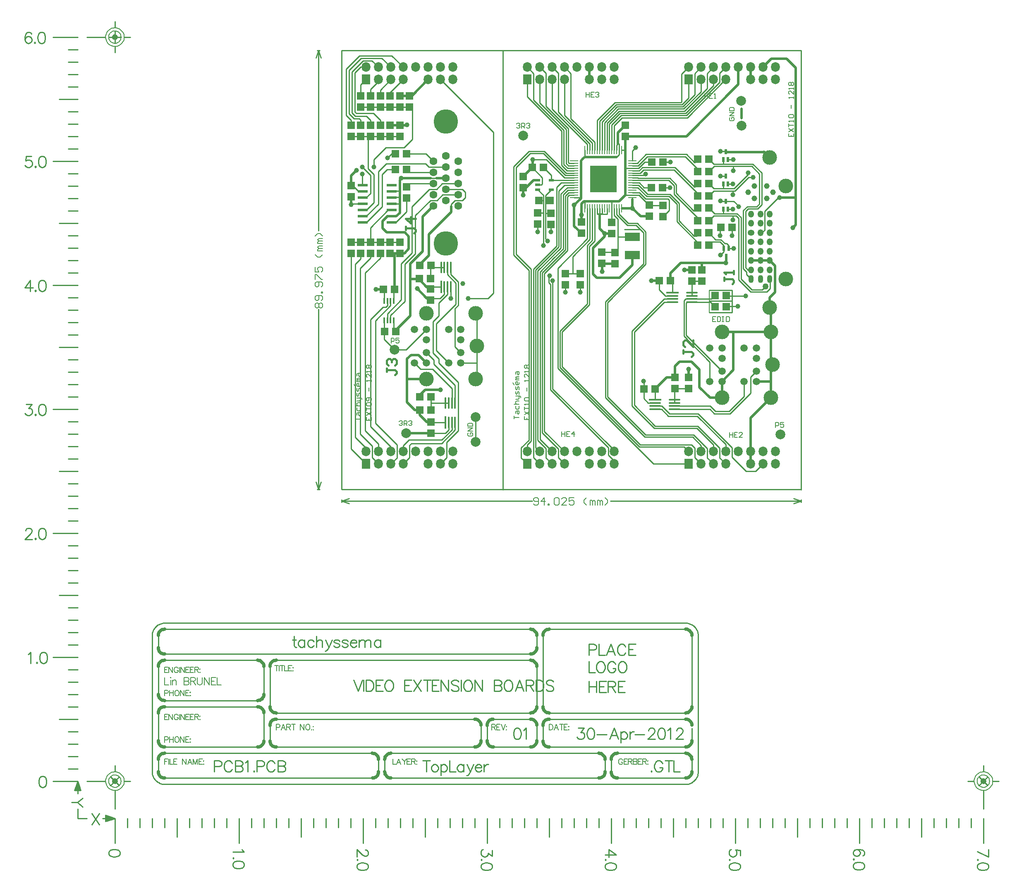
<source format=gtl>
%FSLAX44Y44*%
%MOMM*%
G71*
G01*
G75*
%ADD10R,1.5240X1.5240*%
%ADD11R,0.2500X1.8000*%
%ADD12R,3.0320X1.7780*%
%ADD13O,0.3000X2.5000*%
%ADD14R,0.3000X2.5000*%
%ADD15O,2.5000X0.3000*%
%ADD16R,2.5000X0.3000*%
%ADD17R,1.8000X0.2500*%
%ADD18R,5.5000X5.5000*%
%ADD19R,0.6000X1.1000*%
%ADD20R,0.3000X1.2000*%
%ADD21R,2.0000X0.5000*%
%ADD22R,1.0000X0.5000*%
%ADD23C,0.2500*%
%ADD24C,0.5000*%
%ADD25C,0.2286*%
%ADD26C,0.2000*%
%ADD27C,0.4000*%
%ADD28C,0.6350*%
%ADD29C,0.2540*%
%ADD30C,0.2032*%
%ADD31C,0.1524*%
%ADD32C,0.1270*%
%ADD33C,2.0000*%
%ADD34C,1.5000*%
%ADD35C,3.0000*%
%ADD36O,1.8000X2.0000*%
%ADD37R,1.8000X2.0000*%
%ADD38C,5.0000*%
%ADD39C,1.6000*%
%ADD40C,1.1500*%
%ADD41O,1.2000X1.4000*%
%ADD42O,1.1000X1.6000*%
%ADD43O,1.4000X1.2000*%
%ADD44C,1.0000*%
%ADD45C,1.2700*%
D10*
X2853000Y2504025D02*
D03*
Y2526885D02*
D03*
X2905581Y2151525D02*
D03*
Y2174385D02*
D03*
X2566251Y2586105D02*
D03*
Y2563245D02*
D03*
X2596081Y2488165D02*
D03*
Y2511025D02*
D03*
X2623081Y2510775D02*
D03*
Y2487915D02*
D03*
X2775781Y2691135D02*
D03*
Y2668275D02*
D03*
X2584891Y2604525D02*
D03*
X2607751D02*
D03*
X2294001Y2451415D02*
D03*
Y2428555D02*
D03*
X2314001Y2691135D02*
D03*
Y2668275D02*
D03*
X2334001Y2727995D02*
D03*
Y2750855D02*
D03*
X2851861Y2563275D02*
D03*
X2829001D02*
D03*
X2686001Y2492275D02*
D03*
Y2469415D02*
D03*
X2377861Y2107275D02*
D03*
X2355001D02*
D03*
X2378001Y2083275D02*
D03*
Y2060415D02*
D03*
X2376441Y2376775D02*
D03*
X2353581D02*
D03*
X2376581Y2355775D02*
D03*
Y2332915D02*
D03*
X2282641Y2268275D02*
D03*
X2305501D02*
D03*
X2303001Y2354275D02*
D03*
X2280141D02*
D03*
X2214001Y2544415D02*
D03*
Y2567275D02*
D03*
X2932251Y2394885D02*
D03*
Y2372025D02*
D03*
X2867861Y2372665D02*
D03*
X2845001D02*
D03*
X2876971Y2174385D02*
D03*
Y2151525D02*
D03*
X2813361Y2150305D02*
D03*
X2836221D02*
D03*
X2829641Y2615525D02*
D03*
X2852501D02*
D03*
X2824831Y2504275D02*
D03*
Y2527135D02*
D03*
X2747751Y2468585D02*
D03*
Y2491445D02*
D03*
X2981861Y2319025D02*
D03*
X2327831Y2541775D02*
D03*
Y2564635D02*
D03*
X2327861Y2600275D02*
D03*
X2305001D02*
D03*
X2304581Y2632775D02*
D03*
X2327441D02*
D03*
X2274001Y2428275D02*
D03*
Y2451135D02*
D03*
X2214001Y2668275D02*
D03*
Y2691135D02*
D03*
X2234001Y2750995D02*
D03*
Y2728135D02*
D03*
X2254001Y2451135D02*
D03*
Y2428275D02*
D03*
X2234001Y2691135D02*
D03*
Y2668275D02*
D03*
X2254001Y2728135D02*
D03*
Y2750995D02*
D03*
X2234001Y2428275D02*
D03*
Y2451135D02*
D03*
X2254001Y2668275D02*
D03*
Y2691135D02*
D03*
X2274001Y2750995D02*
D03*
Y2728135D02*
D03*
X2214001Y2451135D02*
D03*
Y2428275D02*
D03*
X2274001Y2691135D02*
D03*
Y2668275D02*
D03*
X2294001Y2728135D02*
D03*
Y2750995D02*
D03*
X2377581Y2134775D02*
D03*
X2354721D02*
D03*
Y2403775D02*
D03*
X2377581D02*
D03*
X2912251Y2371885D02*
D03*
Y2394745D02*
D03*
X2621691Y2537025D02*
D03*
X2598831D02*
D03*
X2314001Y2428555D02*
D03*
Y2451415D02*
D03*
X2294001Y2691135D02*
D03*
Y2668275D02*
D03*
X2314001Y2750995D02*
D03*
Y2728135D02*
D03*
X2959001Y2319025D02*
D03*
X2652751Y2363805D02*
D03*
Y2386665D02*
D03*
X2683331Y2363805D02*
D03*
Y2386665D02*
D03*
X2946861Y2621275D02*
D03*
X2924001D02*
D03*
X2946861Y2571275D02*
D03*
X2924001D02*
D03*
X2946861Y2596275D02*
D03*
X2924001D02*
D03*
X2946861Y2546275D02*
D03*
X2924001D02*
D03*
X2946861Y2521275D02*
D03*
X2924001D02*
D03*
X2946861Y2470275D02*
D03*
X2924001D02*
D03*
X2946861Y2495275D02*
D03*
X2924001D02*
D03*
X2754661Y2429635D02*
D03*
Y2406775D02*
D03*
X2727581Y2407805D02*
D03*
Y2430665D02*
D03*
X2959001Y2342025D02*
D03*
X2981861Y2342025D02*
D03*
X2970971Y2481275D02*
D03*
X2993831Y2481275D02*
D03*
X2924001Y2445275D02*
D03*
X2946861D02*
D03*
D11*
X2768000Y2520995D02*
D03*
X2693001Y2639995D02*
D03*
X2698001Y2639995D02*
D03*
X2703001Y2639995D02*
D03*
X2708001D02*
D03*
X2713001D02*
D03*
X2718001D02*
D03*
X2723000D02*
D03*
X2728000D02*
D03*
X2733000D02*
D03*
X2738000D02*
D03*
X2743000D02*
D03*
X2748000D02*
D03*
X2753000D02*
D03*
X2758000D02*
D03*
X2763000D02*
D03*
X2768000D02*
D03*
X2763000Y2520995D02*
D03*
X2758000D02*
D03*
X2753000D02*
D03*
X2748000D02*
D03*
X2743000D02*
D03*
X2738000D02*
D03*
X2728000D02*
D03*
X2723000D02*
D03*
X2718001D02*
D03*
X2713001D02*
D03*
X2708001D02*
D03*
X2703001D02*
D03*
X2698001D02*
D03*
X2693001D02*
D03*
X2733000D02*
D03*
D12*
X2789831Y2425191D02*
D03*
Y2462275D02*
D03*
D13*
X2427081Y2121775D02*
D03*
X2420581D02*
D03*
X2414081D02*
D03*
X2407581D02*
D03*
X2427081Y2081775D02*
D03*
X2420581D02*
D03*
X2414081D02*
D03*
X2418081Y2399775D02*
D03*
X2411581D02*
D03*
X2405081D02*
D03*
X2398581D02*
D03*
X2418081Y2359775D02*
D03*
X2411581D02*
D03*
X2405081D02*
D03*
D14*
X2407581Y2081775D02*
D03*
X2398581Y2359775D02*
D03*
D15*
X2912251Y2328385D02*
D03*
Y2334885D02*
D03*
Y2341385D02*
D03*
Y2347885D02*
D03*
X2872251Y2328385D02*
D03*
Y2334885D02*
D03*
Y2341385D02*
D03*
X2836471Y2122025D02*
D03*
Y2115525D02*
D03*
Y2109025D02*
D03*
X2876471Y2128525D02*
D03*
Y2122025D02*
D03*
Y2115525D02*
D03*
Y2109025D02*
D03*
D16*
X2872251Y2347885D02*
D03*
X2836471Y2128525D02*
D03*
D17*
X2671001Y2542995D02*
D03*
Y2547995D02*
D03*
Y2552995D02*
D03*
Y2557995D02*
D03*
Y2562995D02*
D03*
Y2567995D02*
D03*
Y2572995D02*
D03*
Y2577995D02*
D03*
Y2582995D02*
D03*
Y2587995D02*
D03*
Y2592995D02*
D03*
Y2597995D02*
D03*
Y2602995D02*
D03*
Y2607995D02*
D03*
Y2612995D02*
D03*
Y2617995D02*
D03*
X2790001D02*
D03*
Y2612995D02*
D03*
Y2607995D02*
D03*
Y2602995D02*
D03*
Y2597995D02*
D03*
Y2592995D02*
D03*
Y2587995D02*
D03*
Y2582995D02*
D03*
Y2577995D02*
D03*
Y2572995D02*
D03*
Y2567995D02*
D03*
Y2562995D02*
D03*
Y2557995D02*
D03*
Y2552995D02*
D03*
Y2547995D02*
D03*
Y2542995D02*
D03*
D18*
X2730501Y2580495D02*
D03*
D19*
X2981001Y2636275D02*
D03*
X2986001Y2620275D02*
D03*
X2976001D02*
D03*
X2981001Y2586275D02*
D03*
X2986001Y2570275D02*
D03*
X2976001D02*
D03*
X2982001Y2422275D02*
D03*
X2977001Y2438275D02*
D03*
X2987001D02*
D03*
X2981001Y2535275D02*
D03*
X2986001Y2519275D02*
D03*
X2976001D02*
D03*
D20*
X2282001Y2291275D02*
D03*
X2288501D02*
D03*
X2295001D02*
D03*
X2301501D02*
D03*
Y2331275D02*
D03*
X2295001D02*
D03*
X2288501D02*
D03*
X2282001D02*
D03*
D21*
X2297581Y2567775D02*
D03*
Y2555075D02*
D03*
Y2542375D02*
D03*
Y2529675D02*
D03*
Y2516975D02*
D03*
Y2504275D02*
D03*
Y2491575D02*
D03*
X2237581D02*
D03*
Y2504275D02*
D03*
Y2516975D02*
D03*
Y2529675D02*
D03*
Y2542375D02*
D03*
Y2555075D02*
D03*
Y2567775D02*
D03*
D22*
X2624001Y2577995D02*
D03*
Y2558995D02*
D03*
X2596001Y2577995D02*
D03*
Y2568495D02*
D03*
Y2558995D02*
D03*
D23*
X2836865Y2074775D02*
X2923751D01*
X2968751Y2009645D02*
Y2029775D01*
X2923851Y2074675D02*
X2968751Y2029775D01*
X2923851Y2074675D02*
Y2074835D01*
X2282001Y2252105D02*
Y2291275D01*
Y2252105D02*
X2303081Y2231025D01*
X2327251D02*
X2368501Y2272275D01*
X2303081Y2231025D02*
X2327251D01*
X2377501Y2399775D02*
X2405081D01*
X2377001Y2400275D02*
X2377501Y2399775D01*
X2377001Y2336415D02*
X2396721D01*
X2405081Y2344775D01*
Y2359775D01*
X2377001Y2359275D02*
X2378001Y2360275D01*
X2377501Y2359775D02*
X2398581D01*
X2394001Y2326775D02*
X2411581Y2344355D01*
X2394001Y2300275D02*
Y2326775D01*
X2411581Y2344355D02*
Y2359775D01*
X2427081Y2237195D02*
Y2315525D01*
X2433331Y2321775D01*
Y2369525D01*
X2418081Y2384775D02*
X2433331Y2369525D01*
X2418081Y2384775D02*
Y2399775D01*
X2389001Y2284275D02*
X2428581Y2323855D01*
X2411581Y2384775D02*
Y2399775D01*
Y2384775D02*
X2428581Y2367775D01*
Y2323855D02*
Y2367775D01*
X2418081Y2336275D02*
Y2359775D01*
X2397201Y2784395D02*
X2505581Y2676015D01*
X2494831Y2336275D02*
X2505581Y2347025D01*
X2454001Y2336275D02*
X2494831D01*
X2505581Y2347025D02*
Y2676015D01*
X2378111Y2121775D02*
X2414081D01*
X2377861Y2107275D02*
Y2134495D01*
X2377581Y2134775D02*
X2377861Y2134495D01*
X2378001Y2083275D02*
X2379501Y2081775D01*
X2407581D01*
X2378001Y2060415D02*
X2407607D01*
X2414081Y2066889D02*
Y2081775D01*
X2407607Y2060415D02*
X2414081Y2066889D01*
X2381001Y2191275D02*
X2420581Y2151695D01*
Y2121775D02*
Y2151695D01*
X2384001Y2201275D02*
X2427081Y2158195D01*
Y2121775D02*
Y2158195D01*
X2410001Y2041275D02*
X2433831Y2065105D01*
X2394001Y2204275D02*
X2433831Y2164445D01*
Y2065105D02*
Y2164445D01*
X2333001Y2046275D02*
X2399831D01*
X2420581Y2067025D02*
Y2081775D01*
X2399831Y2046275D02*
X2420581Y2067025D01*
X2338001Y2039275D02*
X2399581D01*
X2427081Y2066775D01*
Y2081775D01*
X2367221Y2632775D02*
X2383001Y2616995D01*
X2327441Y2632775D02*
X2367221D01*
X2289001Y2624275D02*
X2297501Y2632775D01*
X2304581D01*
X2297001Y2555875D02*
X2314001D01*
X2297001Y2543175D02*
X2314001D01*
X2297581Y2529675D02*
X2313901D01*
X2327831Y2514025D02*
Y2541775D01*
X2297581Y2491575D02*
X2305381D01*
X2327831Y2514025D01*
X2278001Y2524195D02*
Y2590275D01*
X2237581Y2491575D02*
X2245381D01*
X2278001Y2524195D01*
X2254281Y2451415D02*
X2314001D01*
X2254001Y2451135D02*
Y2480945D01*
X2214281Y2451415D02*
X2254001D01*
Y2480945D02*
X2290031Y2516975D01*
X2297581D01*
X2270001Y2529195D02*
Y2596275D01*
X2237581Y2504275D02*
X2245081D01*
X2270001Y2529195D01*
X2261001Y2532445D02*
Y2590275D01*
X2237581Y2516975D02*
X2245531D01*
X2261001Y2532445D01*
X2254001Y2551195D02*
Y2588275D01*
X2237581Y2542375D02*
X2245181D01*
X2254001Y2551195D01*
X2229781Y2555075D02*
X2237581D01*
X2217581Y2567275D02*
X2229781Y2555075D01*
X2214001Y2567275D02*
X2217581D01*
X2237001Y2568355D02*
X2237581Y2567775D01*
X2237001Y2568355D02*
Y2591275D01*
X2214001Y2528275D02*
X2215401Y2529675D01*
X2237581D01*
X2646251Y2196639D02*
X2685369Y2157521D01*
X2685301Y2157453D02*
X2806229Y2036525D01*
X2664001Y2172389D02*
Y2172525D01*
X2641750Y2194775D02*
X2664001Y2172525D01*
X2812721Y2166525D02*
X2813361Y2165885D01*
Y2130885D02*
X2822220Y2122025D01*
X2836471D01*
X2733001Y2467025D02*
Y2469275D01*
X2713001Y2453775D02*
Y2520995D01*
X2708001Y2455275D02*
Y2520995D01*
X2703001Y2457025D02*
Y2520995D01*
X2637251Y2397775D02*
X2698001Y2458525D01*
X2637251Y2192775D02*
X2833031Y1996995D01*
X2637251Y2192775D02*
Y2397775D01*
X2622501Y2148525D02*
Y2364525D01*
Y2148525D02*
X2740500Y2030525D01*
X2627001Y2150389D02*
Y2372275D01*
Y2150389D02*
X2747276Y2030113D01*
X2618751Y2368275D02*
Y2381025D01*
X2620501Y2382775D01*
X2618751Y2368275D02*
X2622501Y2364525D01*
X2651531Y2582995D02*
X2671001D01*
X2645251Y2608775D02*
Y2678819D01*
X2575001Y2749069D02*
X2645251Y2678819D01*
X2575001Y2749069D02*
Y2784395D01*
X2645251Y2608775D02*
X2656031Y2597995D01*
X2587751Y2742683D02*
Y2797045D01*
X2649751Y2610775D02*
Y2680683D01*
X2587751Y2742683D02*
X2649751Y2680683D01*
Y2610775D02*
X2657531Y2602995D01*
X2654250Y2612775D02*
Y2682547D01*
X2600401Y2736397D02*
Y2784395D01*
Y2736397D02*
X2654250Y2682547D01*
Y2612775D02*
X2659031Y2607995D01*
X2658751Y2614775D02*
Y2684411D01*
X2613000Y2730161D02*
X2658751Y2684411D01*
X2613000Y2730161D02*
Y2797195D01*
X2658751Y2614775D02*
X2660531Y2612995D01*
X2671001D01*
X2596001Y2568495D02*
X2603721D01*
X2605751Y2570525D01*
X2790001Y2638025D02*
X2797001Y2645025D01*
X2790001Y2617995D02*
Y2638025D01*
X2876471Y2122025D02*
Y2143775D01*
X2664001Y2172389D02*
X2804365Y2032025D01*
X2895571D01*
X2905201Y2022395D01*
X2815501Y2052275D02*
X2913387D01*
X2930601Y2022395D02*
Y2035061D01*
X2913387Y2052275D02*
X2930601Y2035061D01*
X2956001Y2022395D02*
Y2036161D01*
X2835001Y2070275D02*
X2921887D01*
X2956001Y2036161D01*
X2981401Y2022395D02*
Y2036761D01*
X2923137Y2095025D02*
X2981401Y2036761D01*
X3042381Y1981775D02*
X3057601Y1996995D01*
X3023251Y1981775D02*
X3042381D01*
X2994001Y2011025D02*
X3023251Y1981775D01*
X2994001Y2011025D02*
Y2030525D01*
X2925001Y2099525D02*
X2994001Y2030525D01*
X2968751Y2009645D02*
X2981401Y1996995D01*
X2817501Y2405911D02*
Y2472775D01*
X2800001Y2490275D02*
X2817501Y2472775D01*
X2739251Y2327661D02*
X2817501Y2405911D01*
X2739251Y2134889D02*
Y2327661D01*
Y2134889D02*
X2817365Y2056775D01*
X2915251D01*
X2943501Y2028525D01*
Y2009495D02*
Y2028525D01*
Y2009495D02*
X2956001Y1996995D01*
X2812814Y2407589D02*
Y2470961D01*
X2798001Y2485775D02*
X2803010Y2480766D01*
X2812814Y2470961D01*
X2734751Y2329525D02*
X2812814Y2407589D01*
X2734751Y2133025D02*
Y2329525D01*
Y2133025D02*
X2815501Y2052275D01*
X2958001Y2100025D02*
X2990001D01*
X2990001Y2100025D02*
X3032001Y2142025D01*
Y2175275D01*
X3044001Y2187275D01*
X2960001Y2104525D02*
X2988000D01*
X3019001Y2135525D01*
Y2166275D01*
X2895501Y2258855D02*
Y2331525D01*
X2948501Y2166275D02*
Y2205911D01*
X2895501Y2331525D02*
X2898860Y2334885D01*
X2876471Y2151025D02*
X2876971Y2151525D01*
X2876971Y2151525D02*
X2896831D01*
X2951861Y2334885D02*
X2959001Y2342025D01*
X2949641Y2328385D02*
X2959001Y2319025D01*
X2912391Y2372025D02*
X2932251D01*
X2900751Y2631275D02*
X2917001Y2615025D01*
X2818251Y2631275D02*
X2900751D01*
X2799971Y2612995D02*
X2818251Y2631275D01*
X2820251Y2626775D02*
X2898501D01*
X2924001Y2601275D01*
X2801471Y2607995D02*
X2820251Y2626775D01*
X2815500Y2615525D02*
X2829641D01*
X2802971Y2602995D02*
X2815500Y2615525D01*
X2877251Y2604275D02*
X2914432Y2567093D01*
X2810751Y2604275D02*
X2877251D01*
X2804471Y2597995D02*
X2810751Y2604275D01*
X2812751Y2599775D02*
X2875387D01*
X2888319Y2586707D02*
X2924001Y2551025D01*
X2875387Y2599775D02*
X2888387Y2586775D01*
X2805970Y2592995D02*
X2812751Y2599775D01*
X2813971Y2587995D02*
X2817001Y2591025D01*
X2790001Y2587995D02*
X2813971D01*
X2880001Y2551639D02*
X2915751Y2515889D01*
X2801031Y2582995D02*
X2801531Y2582495D01*
X2880001Y2551639D02*
Y2569275D01*
X2866781Y2582495D02*
X2880001Y2569275D01*
X2801531Y2582495D02*
X2866781D01*
X2790001Y2582995D02*
X2801031D01*
X2875500Y2549775D02*
X2924001Y2501275D01*
X2790001Y2577995D02*
X2864781D01*
X2875500Y2549775D02*
Y2567275D01*
X2864781Y2577995D02*
X2875500Y2567275D01*
X2851861Y2563275D02*
X2866751D01*
X2804281Y2572995D02*
X2814001Y2563275D01*
X2829001D01*
X2790001Y2572995D02*
X2804281D01*
X2916365Y2464275D02*
X2918001D01*
X2790001Y2567995D02*
X2802781D01*
X2790001Y2562995D02*
X2801281D01*
X2790001Y2552995D02*
X2804531D01*
X2790001Y2592995D02*
X2805970D01*
X2790001Y2597995D02*
X2804471D01*
X2914432Y2567093D02*
X2916501Y2565025D01*
X2917001Y2615025D02*
X2917751D01*
X2924001Y2621275D01*
X2758000Y2625775D02*
X2763000Y2630775D01*
X2758000Y2639995D02*
Y2650525D01*
X2760501Y2653025D01*
X2762751D01*
X2693001Y2626275D02*
Y2639995D01*
Y2520995D02*
Y2535025D01*
X2652751Y2348775D02*
Y2363805D01*
X2683581Y2348775D02*
Y2363555D01*
X2917751Y2009845D02*
X2930601Y1996995D01*
X2917751Y2009845D02*
Y2029775D01*
X2911001Y2036525D02*
X2917751Y2029775D01*
X2806229Y2036525D02*
X2911001D01*
X2833031Y1996995D02*
X2905201D01*
X2698001Y2458525D02*
Y2520995D01*
X2747276Y2030113D02*
X2751251Y2026139D01*
X2657251Y2434025D02*
Y2544433D01*
X2610001Y2386775D02*
X2657251Y2434025D01*
X2610001Y2063595D02*
X2651201Y2022395D01*
X2610001Y2063595D02*
Y2386775D01*
X2605500Y2388775D02*
X2652751Y2436025D01*
X2605500Y2061025D02*
X2638251Y2028275D01*
Y2009945D02*
Y2028275D01*
X2605500Y2061025D02*
Y2388775D01*
X2601001Y2390639D02*
X2629018Y2418656D01*
X2648251Y2437889D01*
X2625801Y2022395D02*
Y2022589D01*
X2601001Y2047389D02*
X2625801Y2022589D01*
X2601001Y2047389D02*
Y2390639D01*
X2596501Y2392503D02*
X2643751Y2439753D01*
X2596501Y2045525D02*
X2613251Y2028775D01*
Y2009545D02*
Y2028775D01*
X2596501Y2045525D02*
Y2392503D01*
X2592001Y2394367D02*
X2639251Y2441617D01*
X2592001Y2030795D02*
X2600401Y2022395D01*
X2592001Y2030795D02*
Y2394367D01*
X2763000Y2509003D02*
X2781729Y2490275D01*
X2800001D01*
X2758000Y2507639D02*
X2779865Y2485775D01*
X2798001D01*
X2753000Y2506275D02*
X2760251Y2499025D01*
X2763000Y2509003D02*
Y2520995D01*
X2758000Y2507639D02*
Y2520995D01*
X2753000Y2506275D02*
Y2520995D01*
X2790001Y2539525D02*
Y2542995D01*
X2738000Y2508525D02*
Y2509025D01*
X2738000Y2509025D02*
X2738000Y2509025D01*
X2738000Y2509025D02*
Y2520995D01*
X2754751Y2737775D02*
X2889567D01*
X2718001Y2639995D02*
Y2701025D01*
X2757001Y2733275D02*
X2891431D01*
X2723000Y2639995D02*
Y2699275D01*
X2757001Y2733275D01*
X2759001Y2728775D02*
X2893295D01*
X2728000Y2639995D02*
Y2697775D01*
X2759001Y2728775D01*
X2761001Y2724275D02*
X2895159D01*
X2733000Y2639995D02*
Y2696275D01*
X2761001Y2724275D01*
X2763000Y2719775D02*
X2897023D01*
X2738000Y2639995D02*
Y2694775D01*
X2763000Y2719775D01*
X2765001Y2715275D02*
X2898887D01*
X2743000Y2639995D02*
Y2693275D01*
X2765001Y2715275D01*
X2767001Y2710775D02*
X2900751D01*
X2748000Y2639995D02*
Y2691775D01*
X2767001Y2710775D01*
X2769001Y2706275D02*
X2902751D01*
X2753000Y2639995D02*
Y2690275D01*
X2769001Y2706275D01*
X2768000Y2639995D02*
X2775751D01*
X2891001Y2739209D02*
Y2795595D01*
X2889567Y2737775D02*
X2891001Y2739209D01*
X2905201Y2747045D02*
Y2784395D01*
X2891431Y2733275D02*
X2905201Y2747045D01*
X2917751Y2753231D02*
Y2796945D01*
X2893295Y2728775D02*
X2917751Y2753231D01*
Y2796945D02*
X2930601Y2809795D01*
X2895159Y2724275D02*
X2930601Y2759717D01*
Y2784395D01*
X2897023Y2719775D02*
X2943251Y2766003D01*
Y2797045D01*
X2898887Y2715275D02*
X2956001Y2772389D01*
Y2784395D01*
X2900751Y2710775D02*
X2968751Y2778775D01*
X2902751Y2706275D02*
X2980871Y2784395D01*
X2981401D01*
X2968751Y2778775D02*
Y2797145D01*
X2762751Y2653025D02*
X2763000Y2652775D01*
X2728000Y2509525D02*
Y2520995D01*
X2751251Y2023945D02*
X2752801Y2022395D01*
X2751251Y2023945D02*
Y2026139D01*
X2752801Y1996995D02*
Y2003225D01*
X2740500Y2015525D02*
X2752801Y2003225D01*
X2740500Y2015525D02*
Y2030525D01*
X2596081Y2511025D02*
X2607331D01*
X2595831Y2472525D02*
Y2487915D01*
X2623081Y2472525D02*
Y2487915D01*
X2587501Y2396231D02*
X2634751Y2443481D01*
X2587501Y2009895D02*
Y2396231D01*
X2639251Y2441617D02*
Y2556275D01*
X2643751Y2439753D02*
Y2550025D01*
X2648251Y2437889D02*
Y2548161D01*
X2652751Y2436025D02*
Y2546297D01*
X2891001Y2795595D02*
X2905201Y2809795D01*
X2981401Y2780175D02*
Y2784395D01*
X2943251Y2797045D02*
X2956001Y2809795D01*
X2968751Y2797145D02*
X2981401Y2809795D01*
X2713001Y2639995D02*
Y2655753D01*
X2664001Y2704753D02*
X2713001Y2655753D01*
X2664001Y2704753D02*
Y2796995D01*
X2651201Y2809795D02*
X2664001Y2796995D01*
X2708001Y2639995D02*
Y2654389D01*
X2651201Y2711189D02*
X2708001Y2654389D01*
X2651201Y2711189D02*
Y2784395D01*
X2625801Y2809795D02*
X2638501Y2797095D01*
Y2717525D02*
Y2797095D01*
Y2717525D02*
X2703001Y2653025D01*
Y2639995D02*
Y2653025D01*
X2698001Y2639995D02*
Y2651525D01*
X2625801Y2723725D02*
X2698001Y2651525D01*
X2625801Y2723725D02*
Y2784395D01*
X2600401Y2809795D02*
X2613000Y2797195D01*
X2575001Y2809795D02*
X2587751Y2797045D01*
X2638251Y2009945D02*
X2651201Y1996995D01*
X2613251Y2009545D02*
X2625801Y1996995D01*
X2660813Y2547995D02*
X2671001D01*
X2657251Y2544433D02*
X2660813Y2547995D01*
X2652751Y2546297D02*
X2659449Y2552995D01*
X2671001D01*
X2648251Y2548161D02*
X2658085Y2557995D01*
X2671001D01*
X2643751Y2550025D02*
X2656721Y2562995D01*
X2671001D01*
X2639251Y2556275D02*
X2650971Y2567995D01*
X2671001D01*
X2644221Y2572995D02*
X2671001D01*
X2634751Y2563525D02*
X2644221Y2572995D01*
X2587501Y2009895D02*
X2600401Y1996995D01*
X2653031Y2587995D02*
X2671001D01*
X2654531Y2592995D02*
X2671001D01*
X2656031Y2597995D02*
X2671001D01*
X2657531Y2602995D02*
X2671001D01*
X2659031Y2607995D02*
X2671001D01*
X2599081Y2536495D02*
X2607361D01*
X2970751Y2586275D02*
X2981001D01*
X2986001Y2620275D02*
X2996251D01*
X2986001Y2570275D02*
X2986501Y2570775D01*
X2996001D01*
X2986001Y2519275D02*
X2996001D01*
X2987001Y2438275D02*
X2997001D01*
X2852501Y2615525D02*
X2867501D01*
X2790001Y2607995D02*
X2801471D01*
X2790001Y2612995D02*
X2799971D01*
X2924001Y2596275D02*
Y2601275D01*
X2917751Y2565025D02*
X2924001Y2571275D01*
X2916501Y2565025D02*
X2917751D01*
X2924001Y2546275D02*
Y2551025D01*
X2918615Y2515889D02*
X2924001Y2521275D01*
X2915751Y2515889D02*
X2918615D01*
X2924001Y2495275D02*
Y2501275D01*
Y2445275D02*
Y2450275D01*
X2946861Y2521275D02*
X2958361Y2509775D01*
X2946861Y2495275D02*
X2956861Y2505275D01*
X2946861Y2571275D02*
X2957111Y2561025D01*
X2946861Y2546275D02*
X2957111Y2556525D01*
X2408401Y2559695D02*
X2408481Y2559775D01*
X2441751D01*
X2447751Y2553775D01*
Y2542525D02*
Y2553775D01*
X2442001Y2536775D02*
X2447751Y2542525D01*
X2426751Y2536775D02*
X2442001D01*
X2419001Y2529025D02*
X2426751Y2536775D01*
X2419001Y2525025D02*
Y2529025D01*
X2374501Y2559775D02*
X2389501D01*
X2339001Y2524275D02*
X2374501Y2559775D01*
X2339001Y2429275D02*
Y2524275D01*
X2324001Y2406275D02*
X2345501Y2427775D01*
Y2506025D01*
X2376501Y2537025D01*
X2390501D01*
X2401771Y2548295D01*
X2433801D01*
X2389501Y2559775D02*
X2400921Y2571195D01*
X2433801D01*
X2324001Y2330275D02*
Y2406275D01*
X2317001Y2333275D02*
Y2407275D01*
X2339001Y2429275D01*
X2303001Y2268275D02*
X2305501D01*
X2234001Y2728135D02*
X2333861D01*
X2340001Y2662275D02*
Y2721995D01*
X2323001Y2645275D02*
X2340001Y2662275D01*
X2334001Y2727995D02*
X2340001Y2721995D01*
X2249001Y2602275D02*
Y2668275D01*
Y2602275D02*
X2261001Y2590275D01*
X2254001Y2668275D02*
X2314001D01*
X2214001D02*
X2249001D01*
X2237001Y2605275D02*
X2254001Y2588275D01*
X2270001Y2596275D02*
X2286001Y2612275D01*
X2367001D01*
X2373781Y2605495D01*
X2408401D01*
X2377873Y2582595D02*
X2389001D01*
X2254001Y2073275D02*
Y2293275D01*
X2285098Y2318373D02*
X2288501Y2321775D01*
X2279098Y2318373D02*
X2285098D01*
X2254001Y2293275D02*
X2279098Y2318373D01*
X2264001Y2290275D02*
X2295001Y2321275D01*
X2264001Y2080275D02*
X2308001Y2036275D01*
X2264001Y2080275D02*
Y2290275D01*
X2244801Y2022395D02*
Y2029475D01*
X2223001Y2051275D02*
X2244801Y2029475D01*
X2223001Y2051275D02*
Y2406275D01*
X2234001Y2417275D01*
Y2428275D01*
X2243001Y2388275D02*
X2274001Y2419275D01*
X2243001Y2065275D02*
Y2388275D01*
X2274001Y2419275D02*
Y2428275D01*
X2257501Y2009695D02*
Y2033775D01*
X2254001Y2419275D02*
Y2428275D01*
X2233001Y2398275D02*
X2254001Y2419275D01*
X2233001Y2058275D02*
Y2398275D01*
Y2058275D02*
X2257501Y2033775D01*
X2270201Y2022395D02*
Y2038075D01*
X2243001Y2065275D02*
X2270201Y2038075D01*
X2257501Y2009695D02*
X2270201Y1996995D01*
X2231001Y2833275D02*
X2297521D01*
X2204001Y2711135D02*
X2214001Y2701135D01*
X2204001Y2806275D02*
X2231001Y2833275D01*
X2204001Y2711135D02*
Y2806275D01*
X2235001Y2828275D02*
X2277121D01*
X2220141Y2704135D02*
X2231001D01*
X2210001Y2714275D02*
X2220141Y2704135D01*
X2210001Y2714275D02*
Y2803275D01*
X2235001Y2828275D01*
X2222001Y2718275D02*
Y2798275D01*
X2233521Y2809795D01*
X2244801D01*
X2245861Y2709275D02*
X2254001Y2701135D01*
X2216001Y2800275D02*
X2239001Y2823275D01*
X2216001Y2716275D02*
Y2800275D01*
Y2716275D02*
X2223001Y2709275D01*
X2245861D01*
X2259861Y2715275D02*
X2274001Y2701135D01*
X2222001Y2718275D02*
X2225001Y2715275D01*
X2259861D01*
X2297521Y2833275D02*
X2321001Y2809795D01*
X2277121Y2828275D02*
X2295601Y2809795D01*
X2256721Y2823275D02*
X2270201Y2809795D01*
X2239001Y2823275D02*
X2256721D01*
X2410001Y2009795D02*
Y2041275D01*
X2334001Y2009995D02*
Y2035275D01*
X2338001Y2039275D01*
X2321001Y2022395D02*
Y2034275D01*
X2333001Y2046275D01*
X2472001Y2173775D02*
Y2302775D01*
X2439001Y2204275D02*
X2471001D01*
X2469001Y2170775D02*
X2472001Y2173775D01*
X2469001Y2305775D02*
X2472001Y2302775D01*
X2280141Y2354275D02*
X2282001Y2352415D01*
Y2331275D02*
Y2352415D01*
X2301501Y2352775D02*
X2303001Y2354275D01*
X2301501Y2331275D02*
Y2352775D01*
Y2269775D02*
Y2291275D01*
X2295001Y2301275D02*
X2324001Y2330275D01*
X2295001Y2291275D02*
Y2301275D01*
X2288501Y2304775D02*
X2317001Y2333275D01*
X2288501Y2291275D02*
Y2304775D01*
X2308001Y2009395D02*
Y2036275D01*
X2254001Y2073275D02*
X2295601Y2031675D01*
Y2022395D02*
Y2031675D01*
X2288501Y2321775D02*
Y2331275D01*
X2295601Y1996995D02*
X2308001Y2009395D01*
X2295001Y2321275D02*
Y2331275D01*
X2384001Y2201275D02*
Y2209775D01*
X2382001Y2224275D02*
X2394001Y2212275D01*
Y2204275D02*
Y2212275D01*
X2382001Y2224275D02*
Y2288275D01*
X2389001Y2229275D02*
Y2284275D01*
Y2229275D02*
X2414001Y2204275D01*
X2397201Y1996995D02*
X2410001Y2009795D01*
X2382001Y2288275D02*
X2394001Y2300275D01*
X2374001Y2359275D02*
X2377001D01*
X2376861Y2400135D02*
X2377001Y2400275D01*
X2376831Y2379275D02*
Y2400135D01*
X2368501Y2225275D02*
X2384001Y2209775D01*
X2343501Y2204275D02*
X2356501Y2191275D01*
X2381001D01*
X2355001Y2106275D02*
Y2107275D01*
X2321001Y1996995D02*
X2334001Y2009995D01*
X2214001Y2027795D02*
Y2428275D01*
Y2027795D02*
X2244801Y1996995D01*
X2214001Y2544415D02*
X2215241Y2543175D01*
X2214001Y2567275D02*
X2215301Y2568575D01*
X2214001Y2451135D02*
X2214281Y2451415D01*
X2214001Y2691135D02*
Y2701135D01*
X2274001Y2691135D02*
Y2701135D01*
X2231001Y2704135D02*
X2234001Y2701135D01*
Y2691135D02*
Y2701135D01*
X2254001Y2691135D02*
Y2701135D01*
X2294001Y2750995D02*
Y2757395D01*
X2321001Y2784395D01*
X2274001Y2750995D02*
Y2762795D01*
X2295601Y2784395D01*
X2254001Y2750995D02*
Y2764135D01*
X2270201Y2780335D01*
Y2784395D01*
X2234001Y2750995D02*
Y2773595D01*
X2244801Y2784395D01*
X2624001Y2577995D02*
X2671001D01*
X2701831Y2442605D02*
X2713001Y2453775D01*
X2646251Y2267695D02*
X2701831Y2323275D01*
Y2442605D01*
X2646251Y2196639D02*
Y2267695D01*
X2697331Y2444605D02*
X2708001Y2455275D01*
X2641750Y2194775D02*
Y2269559D01*
X2697331Y2325139D01*
Y2444605D01*
X2667831Y2421855D02*
X2703001Y2457025D01*
X2667831Y2386665D02*
Y2421855D01*
X2652751Y2386665D02*
X2683331D01*
X2825081Y2526885D02*
X2853000D01*
X2803167Y2547995D02*
X2824027Y2527135D01*
X2817501Y2540025D02*
X2862831D01*
X2865081Y2537775D01*
Y2516105D02*
Y2537775D01*
X2853000Y2504025D02*
X2865081Y2516105D01*
X2804531Y2552995D02*
X2817501Y2540025D01*
X2819250Y2545025D02*
X2865081D01*
X2881081Y2529025D01*
X2801281Y2562995D02*
X2819250Y2545025D01*
X2802781Y2567995D02*
X2821251Y2549525D01*
X2867081D01*
X2881081Y2493195D02*
Y2529025D01*
Y2493195D02*
X2924001Y2450275D01*
Y2466695D02*
Y2470275D01*
X2921581Y2464275D02*
X2924001Y2466695D01*
X2916365Y2464275D02*
X2921581D01*
X2885581Y2495059D02*
X2916365Y2464275D01*
X2885581Y2495059D02*
Y2531025D01*
X2867081Y2549525D02*
X2885581Y2531025D01*
X2634751Y2443481D02*
Y2563525D01*
X2612081Y2547075D02*
X2624001Y2558995D01*
X2612081Y2458025D02*
X2616081Y2454025D01*
X2596001Y2558995D02*
X2607581Y2547415D01*
X2612111Y2536495D02*
X2621941D01*
X2607581Y2444775D02*
Y2547415D01*
X2612081Y2510775D02*
X2623081D01*
X2612081Y2458025D02*
Y2547075D01*
X2614251Y2620275D02*
X2651531Y2582995D01*
X2585581Y2620275D02*
X2614251D01*
X2624001Y2577995D02*
Y2588275D01*
X2607751Y2604525D02*
X2624001Y2588275D01*
X2580581Y2633025D02*
X2608000D01*
X2551831Y2604275D02*
X2580581Y2633025D01*
X2608000D02*
X2653031Y2587995D01*
X2551831Y2427025D02*
Y2604275D01*
Y2427025D02*
X2583001Y2395855D01*
X2578581Y2637525D02*
X2610001D01*
X2547331Y2606275D02*
X2578581Y2637525D01*
X2547331Y2425025D02*
Y2606275D01*
Y2425025D02*
X2578501Y2393855D01*
X2578501Y2045945D02*
Y2393855D01*
X2562581Y2030025D02*
X2578501Y2045945D01*
X2562581Y2009415D02*
X2575001Y1996995D01*
X2562581Y2009415D02*
Y2030025D01*
X2610001Y2637525D02*
X2654531Y2592995D01*
X2575001Y2036081D02*
X2583001Y2044081D01*
X2575001Y2022395D02*
Y2036081D01*
X2583001Y2044081D02*
Y2395855D01*
X2605751Y2570525D02*
Y2583665D01*
X2584891Y2604525D02*
X2605751Y2583665D01*
X2671001Y2542995D02*
X2684751D01*
X2723000Y2509525D02*
Y2520995D01*
X2718001Y2508525D02*
X2738000D01*
X2718001D02*
Y2520995D01*
Y2509525D02*
X2728000D01*
X2763000Y2630775D02*
Y2652775D01*
X2836221Y2128775D02*
Y2150305D01*
X2900001Y2326275D02*
X2902111Y2328385D01*
X2902111D02*
X2949641D01*
X2900001Y2260775D02*
Y2326275D01*
Y2260775D02*
X2973501Y2187275D01*
X2895501Y2258855D02*
X2948445Y2205911D01*
X2898860Y2334885D02*
X2951861D01*
X2912251Y2341385D02*
Y2371885D01*
X2872251Y2347885D02*
Y2368275D01*
X2867861Y2372665D02*
X2872251Y2368275D01*
X2857471Y2341385D02*
X2872251D01*
X2845001Y2353855D02*
Y2372665D01*
Y2353855D02*
X2857471Y2341385D01*
X2813361Y2130885D02*
Y2165885D01*
X2794081Y2117559D02*
X2836865Y2074775D01*
X2794081Y2117559D02*
Y2267385D01*
X2855081Y2328385D01*
X2872251D01*
X2855191Y2334885D02*
X2872251D01*
X2789331Y2115945D02*
X2835001Y2070275D01*
X2789331Y2115945D02*
Y2269025D01*
X2855191Y2334885D01*
X2748001Y2489995D02*
Y2535275D01*
X2775751Y2547995D02*
X2803167D01*
X2775781Y2602995D02*
X2802971D01*
X2755691Y2430665D02*
X2760251Y2435225D01*
X2727581Y2430665D02*
X2755691D01*
X2760251Y2462275D02*
X2789831D01*
X2760251Y2435225D02*
Y2499025D01*
X2334391Y2571195D02*
X2383001D01*
X2327831Y2564635D02*
X2334391Y2571195D01*
X2261001Y2620945D02*
X2285331Y2645275D01*
X2261001Y2605275D02*
Y2620945D01*
X2285331Y2645275D02*
X2323001D01*
X2288001Y2600275D02*
X2305001D01*
X2278001Y2590275D02*
X2288001Y2600275D01*
X2334041Y2594095D02*
X2383001D01*
X2327861Y2600275D02*
X2334041Y2594095D01*
X2427081Y2237195D02*
X2439001Y2225275D01*
X2999851Y2556335D02*
X3027601Y2584085D01*
X3037101D01*
X2998177Y2561025D02*
X3027351Y2590199D01*
Y2593835D01*
X3055601Y2353835D02*
X3062351Y2360585D01*
X3071201Y2375835D02*
X3072101Y2374935D01*
X2718001Y2701025D02*
X2754751Y2737775D01*
X3036601Y2611335D02*
X3054851Y2593085D01*
X3064851Y2349335D02*
X3072101Y2356585D01*
Y2374935D01*
X3012351Y2375835D02*
X3034351Y2353835D01*
X3055351D01*
X2976001Y2509775D02*
Y2519275D01*
X3004601Y2509775D02*
X3012351Y2502025D01*
X2958361Y2509775D02*
X3004601D01*
X3012351Y2375835D02*
Y2502025D01*
X3021715Y2514335D02*
X3027215Y2519835D01*
X3046601D01*
X2981861Y2340825D02*
Y2342025D01*
X2983851Y2339085D02*
X2984801D01*
X2993831Y2465065D02*
Y2481275D01*
X3052151Y2471085D02*
X3055601D01*
X3061351Y2476835D01*
Y2515085D01*
X3052151Y2470285D02*
Y2471085D01*
X2969351Y2464835D02*
Y2479655D01*
X2970971Y2481275D01*
X2982121Y2341085D02*
X3021601D01*
X2983171Y2320335D02*
X3006101D01*
X2997661Y2535275D02*
X3006601Y2526335D01*
X2970101Y2637585D02*
X2979691D01*
X2996001Y2497275D02*
Y2505175D01*
X3021715Y2399221D02*
Y2514335D01*
Y2399221D02*
X3026351Y2394585D01*
X3046601Y2519835D02*
X3054851Y2528085D01*
Y2593085D01*
X2976001Y2611485D02*
Y2620275D01*
X2946861Y2621275D02*
X2956801Y2611335D01*
X3036601D01*
X2946861Y2596275D02*
X2957421Y2606835D01*
X2996251Y2598025D02*
Y2606735D01*
X3034737Y2606835D02*
X3050351Y2591221D01*
Y2529949D02*
Y2591221D01*
X3044737Y2524335D02*
X3050351Y2529949D01*
X3017101Y2397335D02*
Y2516085D01*
Y2397335D02*
X3024101Y2390335D01*
Y2384835D02*
Y2390335D01*
Y2384835D02*
X3033101Y2375835D01*
X2957421Y2606835D02*
X3034737D01*
X3025351Y2524335D02*
X3044737D01*
X3017101Y2516085D02*
X3025351Y2524335D01*
X3061351Y2515085D02*
X3088601Y2542335D01*
X3091101D01*
X2996001Y2548275D02*
Y2556335D01*
X2956961D02*
X2999851D01*
X2976001Y2561025D02*
Y2570275D01*
X2957111Y2561025D02*
X2998177D01*
X3007851Y2373835D02*
Y2500161D01*
X3002737Y2505275D02*
X3007851Y2500161D01*
Y2373835D02*
X3032351Y2349335D01*
X2956861Y2505275D02*
X3002737D01*
X3032351Y2349335D02*
X3064851D01*
X2973601Y2447525D02*
X2977001Y2444125D01*
X2983101Y2448335D02*
X2987001Y2444435D01*
X2979351Y2448335D02*
X2983101D01*
X2987001Y2438275D02*
Y2444435D01*
X2946861Y2470275D02*
X2960551Y2456585D01*
X2971101D01*
X2979351Y2448335D01*
X2973601Y2447525D02*
Y2447721D01*
X2969237Y2452085D02*
X2973601Y2447721D01*
X2953671Y2452085D02*
X2969237D01*
X2946861Y2445275D02*
X2953671Y2452085D01*
X2970601Y2425335D02*
X2977001Y2431735D01*
Y2444125D01*
X2971001Y2535275D02*
X2997661D01*
X2949001Y2115525D02*
X2960001Y2104525D01*
X2876471Y2115525D02*
X2949001D01*
X2876471Y2109025D02*
X2949001D01*
X2958001Y2100025D01*
X2849841Y2115525D02*
X2865841Y2099525D01*
X2836471Y2115525D02*
X2849841D01*
X2865841Y2099525D02*
X2925001D01*
X2836471Y2109025D02*
X2849977D01*
X2863977Y2095025D01*
X2923137D01*
X2468831Y2050025D02*
Y2084525D01*
X2947581Y2307275D02*
X2994081D01*
Y2353025D01*
X2947581Y2353025D02*
X2994081D01*
X2947581Y2330775D02*
X2993831D01*
X2774081Y2477275D02*
X2805581D01*
X1715441Y1270032D02*
X1718743Y1271175D01*
X1715441Y1272318D02*
X1718743Y1271175D01*
X1712774Y1266222D02*
X1727506Y1271175D01*
X1712774Y1276128D02*
X1727506Y1271175D01*
X1714552Y1268762D02*
X1721664Y1271175D01*
X1714552Y1273588D02*
X1721664Y1271175D01*
X1654481Y1335437D02*
X1655624Y1332135D01*
X1653338D02*
X1654481Y1335437D01*
Y1344200D02*
X1659434Y1329468D01*
X1649528D02*
X1654481Y1344200D01*
Y1338358D02*
X1656894Y1331246D01*
X1652068D02*
X1654481Y1338358D01*
Y1341279D02*
X1658164Y1330357D01*
X1650798D02*
X1654481Y1341279D01*
X1648131Y1328325D02*
X1654481Y1347375D01*
X1660831Y1328325D01*
X1713663Y1267492D02*
X1724585Y1271175D01*
X1713663Y1274858D02*
X1724585Y1271175D01*
X1711631Y1277525D02*
X1730681Y1271175D01*
X1711631Y1264825D02*
X1730681Y1271175D01*
X3499791Y1356265D02*
X3508681Y1347375D01*
X3517571Y1338485D01*
X1721791Y1356265D02*
X1730681Y1347375D01*
X1739571Y1338485D01*
X3508681Y1347375D02*
X3517571Y1356265D01*
X3499791Y1338485D02*
X3508681Y1347375D01*
X1721791Y1338485D02*
X1730681Y1347375D01*
X1739571Y1356265D01*
X2606981Y1429925D02*
Y1461675D01*
X2911781Y1499775D02*
Y1645825D01*
X2606981Y1499775D02*
Y1645825D01*
X1806881Y1366425D02*
Y1645825D01*
X1819581Y1366425D02*
Y1391825D01*
X2911781Y1429925D02*
Y1455325D01*
Y1366425D02*
Y1391825D01*
X2594281Y1429925D02*
Y1461675D01*
X2492681Y1429925D02*
Y1461675D01*
X2048181Y1429925D02*
Y1461675D01*
X2479981Y1429925D02*
Y1461675D01*
X2048181Y1499775D02*
Y1582325D01*
X2594281Y1499775D02*
Y1582325D01*
Y1620425D02*
Y1645825D01*
X1819581Y1620425D02*
Y1645825D01*
X2035481Y1525175D02*
Y1582325D01*
X1819581Y1525175D02*
Y1582325D01*
X2035481Y1429925D02*
Y1487075D01*
X1819581Y1429925D02*
Y1487075D01*
X2924481Y1366425D02*
Y1645825D01*
X2746681Y1366425D02*
Y1391825D01*
X2733981Y1366425D02*
Y1391825D01*
X2283131Y1366425D02*
Y1391825D01*
X2270431Y1366425D02*
Y1391825D01*
X3508683Y1290223D02*
Y1328323D01*
Y1366423D02*
Y1379123D01*
X1730681Y2839625D02*
Y2852325D01*
Y2890425D02*
Y2903125D01*
Y2871375D02*
Y2884075D01*
Y2858675D02*
Y2871375D01*
X3508681Y1220375D02*
Y1271175D01*
X3483281Y1252125D02*
Y1271175D01*
X3457881Y1252125D02*
Y1271175D01*
X3432481Y1252125D02*
Y1271175D01*
X3407081Y1252125D02*
Y1271175D01*
X3381681Y1233075D02*
Y1271175D01*
X3356281Y1252125D02*
Y1271175D01*
X3330881Y1252125D02*
Y1271175D01*
X3305481Y1252125D02*
Y1271175D01*
X3280081Y1252125D02*
Y1271175D01*
X3254681Y1220375D02*
Y1271175D01*
X3229281Y1252125D02*
Y1271175D01*
X3203881Y1252125D02*
Y1271175D01*
X3178481Y1252125D02*
Y1271175D01*
X3153081Y1252125D02*
Y1271175D01*
X3127681Y1233075D02*
Y1271175D01*
X3102281Y1252125D02*
Y1271175D01*
X3076881Y1252125D02*
Y1271175D01*
X3051481Y1252125D02*
Y1271175D01*
X3026081Y1252125D02*
Y1271175D01*
X3000681Y1220375D02*
Y1271175D01*
X2975281Y1252125D02*
Y1271175D01*
X2949881Y1252125D02*
Y1271175D01*
X2924481Y1252125D02*
Y1271175D01*
X2899081Y1252125D02*
Y1271175D01*
X2873681Y1233075D02*
Y1271175D01*
X2848281Y1252125D02*
Y1271175D01*
X2822881Y1252125D02*
Y1271175D01*
X2797481Y1252125D02*
Y1271175D01*
X2772081Y1252125D02*
Y1271175D01*
X2746681Y1220375D02*
Y1271175D01*
X2721281Y1252125D02*
Y1271175D01*
X2695881Y1252125D02*
Y1271175D01*
X2670481Y1252125D02*
Y1271175D01*
X2645081Y1252125D02*
Y1271175D01*
X2619681Y1233075D02*
Y1271175D01*
X2594281Y1252125D02*
Y1271175D01*
X2568881Y1252125D02*
Y1271175D01*
X2543481Y1252125D02*
Y1271175D01*
X2518081Y1252125D02*
Y1271175D01*
X2492681Y1220375D02*
Y1271175D01*
X2467281Y1252125D02*
Y1271175D01*
X2441881Y1252125D02*
Y1271175D01*
X2416481Y1252125D02*
Y1271175D01*
X2391081Y1252125D02*
Y1271175D01*
X2365681Y1233075D02*
Y1271175D01*
X2340281Y1252125D02*
Y1271175D01*
X2314881Y1252125D02*
Y1271175D01*
X2289481Y1252125D02*
Y1271175D01*
X2264081Y1252125D02*
Y1271175D01*
X2238681Y1220375D02*
Y1271175D01*
X2213281Y1252125D02*
Y1271175D01*
X2187881Y1252125D02*
Y1271175D01*
X2162481Y1252125D02*
Y1271175D01*
X2137081Y1252125D02*
Y1271175D01*
X2111681Y1233075D02*
Y1271175D01*
X2086281Y1252125D02*
Y1271175D01*
X2060881Y1252125D02*
Y1271175D01*
X2035481Y1252125D02*
Y1271175D01*
X2010081Y1252125D02*
Y1271175D01*
X1984681Y1220375D02*
Y1271175D01*
X1959281Y1252125D02*
Y1271175D01*
X1933881Y1252125D02*
Y1271175D01*
X1908481Y1252125D02*
Y1271175D01*
X1883081Y1252125D02*
Y1271175D01*
X1857681Y1233075D02*
Y1271175D01*
X1832281Y1252125D02*
Y1271175D01*
X1806881Y1252125D02*
Y1271175D01*
X1781481Y1252125D02*
Y1271175D01*
X1756081Y1252125D02*
Y1271175D01*
X1730681Y1220375D02*
Y1271175D01*
X1715441Y1270032D02*
Y1272318D01*
X1712774Y1266222D02*
Y1276128D01*
X1714552Y1268762D02*
Y1273588D01*
X1654481Y1321975D02*
Y1328325D01*
X1713663Y1267492D02*
Y1274858D01*
X1711631Y1264825D02*
Y1277525D01*
X1654481Y1271175D02*
Y1290225D01*
X1730683Y1366423D02*
Y1379123D01*
Y1290223D02*
Y1328323D01*
X2619681Y1474375D02*
X2899081D01*
X2619681Y1487075D02*
X2899081D01*
X2060881D02*
X2581581D01*
X2619681Y1658525D02*
X2899081D01*
X2619681Y1417225D02*
X2899081D01*
X2505381Y1474375D02*
X2581581D01*
X2505381Y1417225D02*
X2581581D01*
X2060881D02*
X2467281D01*
X2060881Y1474375D02*
X2467281D01*
X2060881Y1595025D02*
X2581581D01*
X1832281Y1607725D02*
X2581581D01*
X1832281Y1595025D02*
X2022781D01*
X1832281Y1512475D02*
X2022781D01*
X1832281Y1499775D02*
X2022781D01*
X1832281Y1417225D02*
X2022781D01*
X1832281Y1671225D02*
X2899081D01*
X1832281Y1341025D02*
X2899081D01*
X1832281Y1658525D02*
X2581581D01*
X2759381Y1404525D02*
X2899081D01*
X2759381Y1353725D02*
X2899081D01*
X2295831Y1404525D02*
X2721281D01*
X1832281D02*
X2257731D01*
X1832281Y1353725D02*
X2257731D01*
X2295831D02*
X2721281D01*
X3527733Y1347373D02*
X3540433D01*
X3476933D02*
X3489633D01*
X1749731Y2871375D02*
X1762431D01*
X1673531D02*
X1711631D01*
X1717981D02*
X1730681D01*
X1743381D01*
X1603681D02*
X1654481D01*
X1635431Y2845975D02*
X1654481D01*
X1635431Y2820575D02*
X1654481D01*
X1635431Y2795175D02*
X1654481D01*
X1635431Y2769775D02*
X1654481D01*
X1616381Y2744375D02*
X1654481D01*
X1635431Y2718975D02*
X1654481D01*
X1635431Y2693575D02*
X1654481D01*
X1635431Y2668175D02*
X1654481D01*
X1635431Y2642775D02*
X1654481D01*
X1603681Y2617375D02*
X1654481D01*
X1635431Y2591975D02*
X1654481D01*
X1635431Y2566575D02*
X1654481D01*
X1635431Y2541175D02*
X1654481D01*
X1635431Y2515775D02*
X1654481D01*
X1616381Y2490375D02*
X1654481D01*
X1635431Y2464975D02*
X1654481D01*
X1635431Y2439575D02*
X1654481D01*
X1635431Y2414175D02*
X1654481D01*
X1635431Y2388775D02*
X1654481D01*
X1603681Y2363375D02*
X1654481D01*
X1635431Y2337975D02*
X1654481D01*
X1635431Y2312575D02*
X1654481D01*
X1635431Y2287175D02*
X1654481D01*
X1635431Y2261775D02*
X1654481D01*
X1616381Y2236375D02*
X1654481D01*
X1635431Y2210975D02*
X1654481D01*
X1635431Y2185575D02*
X1654481D01*
X1635431Y2160175D02*
X1654481D01*
X1635431Y2134775D02*
X1654481D01*
X1603681Y2109375D02*
X1654481D01*
X1635431Y2083975D02*
X1654481D01*
X1635431Y2058575D02*
X1654481D01*
X1635431Y2033175D02*
X1654481D01*
X1635431Y2007775D02*
X1654481D01*
X1616381Y1982375D02*
X1654481D01*
X1635431Y1956975D02*
X1654481D01*
X1635431Y1931575D02*
X1654481D01*
X1635431Y1906175D02*
X1654481D01*
X1635431Y1880775D02*
X1654481D01*
X1603681Y1855375D02*
X1654481D01*
X1635431Y1829975D02*
X1654481D01*
X1635431Y1804575D02*
X1654481D01*
X1635431Y1779175D02*
X1654481D01*
X1635431Y1753775D02*
X1654481D01*
X1616381Y1728375D02*
X1654481D01*
X1635431Y1702975D02*
X1654481D01*
X1635431Y1677575D02*
X1654481D01*
X1635431Y1652175D02*
X1654481D01*
X1635431Y1626775D02*
X1654481D01*
X1603681Y1601375D02*
X1654481D01*
X1635431Y1575975D02*
X1654481D01*
X1635431Y1550575D02*
X1654481D01*
X1635431Y1525175D02*
X1654481D01*
X1635431Y1499775D02*
X1654481D01*
X1616381Y1474375D02*
X1654481D01*
X1635431Y1448975D02*
X1654481D01*
X1635431Y1423575D02*
X1654481D01*
X1635431Y1398175D02*
X1654481D01*
X1635431Y1372775D02*
X1654481D01*
X1603681Y1347375D02*
X1654481D01*
X1705281Y1271175D02*
X1711631D01*
X1653338Y1332135D02*
X1655624D01*
X1649528Y1329468D02*
X1659434D01*
X1652068Y1331246D02*
X1656894D01*
X1650798Y1330357D02*
X1658164D01*
X1648131Y1328325D02*
X1660831D01*
X1654481Y1271175D02*
X1673531D01*
X1673533Y1347373D02*
X1711633D01*
X1749733D02*
X1762433D01*
X2194831Y1944525D02*
X3135081D01*
X2194831Y2844275D02*
X3135201D01*
X2194831Y1944525D02*
Y2844275D01*
X3135201Y1944395D02*
Y2844395D01*
X2525001Y1944395D02*
Y2844395D01*
D24*
X2365831Y2149275D02*
X2397581D01*
X2354721Y2138165D02*
X2365831Y2149275D01*
X2354721Y2134775D02*
Y2138165D01*
X2314001Y2511695D02*
Y2579275D01*
X2288581Y2504275D02*
X2306581D01*
X2314001Y2511695D01*
X2294001Y2428555D02*
X2323281D01*
X2278581Y2494275D02*
X2288581Y2504275D01*
X2278581Y2479775D02*
Y2494275D01*
Y2479775D02*
X2287081Y2471275D01*
X2324081D01*
X2332001Y2463355D01*
Y2437275D02*
Y2463355D01*
X2294001Y2691135D02*
X2328861D01*
X2996501Y2189275D02*
Y2267775D01*
X2973501D02*
X3074001D01*
X2973501Y2166275D02*
X2996501Y2189275D01*
X2973501Y2132775D02*
Y2166275D01*
X2829001Y2372525D02*
X2844861D01*
X2722751Y2479525D02*
X2733001Y2469275D01*
X2566251Y2547775D02*
Y2563245D01*
X2355001Y2097525D02*
Y2107275D01*
Y2097525D02*
X2369251Y2083275D01*
X2329001Y2123275D02*
Y2212275D01*
X2329501Y2170775D02*
X2368501D01*
X2329001Y2123275D02*
X2345001Y2107275D01*
X2329001Y2212275D02*
X2337001Y2220275D01*
X2352501D01*
X2896781Y2394745D02*
X2912251D01*
X2876971Y2197525D02*
X2886221Y2206775D01*
X2876971Y2174385D02*
Y2197525D01*
X2775781Y2668275D02*
X2900751D01*
X3006801Y2774325D01*
Y2809795D01*
X2889501Y2409025D02*
X2981501D01*
X2932251Y2394885D02*
Y2409025D01*
X2867861Y2372665D02*
Y2387385D01*
X2889501Y2409025D01*
X2905471Y2174135D02*
Y2191025D01*
X3044001Y2166275D02*
X3073501D01*
X3032201Y1996995D02*
Y2090975D01*
X3074001Y2132775D01*
X2982001Y2409525D02*
Y2422275D01*
X3059661Y2636275D02*
X3071101Y2624835D01*
X2688625Y2621900D02*
X2692501Y2625775D01*
X2684751Y2618025D02*
X2688625Y2621900D01*
X2702001Y2784395D02*
Y2809795D01*
X3032201Y2784395D02*
Y2809795D01*
X2747061Y2469275D02*
X2747751Y2468585D01*
X2733001Y2469275D02*
X2747061D01*
X2760501Y2653025D02*
Y2675855D01*
X2692501Y2625775D02*
X2758000D01*
X2671001Y2484415D02*
Y2527525D01*
X2671001Y2527525D02*
X2684751Y2541275D01*
X2686001Y2530275D02*
X2691001Y2535275D01*
X2671001Y2484415D02*
X2686001Y2469415D01*
X2760501Y2675855D02*
X2775781Y2691135D01*
X2369361Y2336415D02*
X2377001D01*
X2349501Y2356275D02*
X2369361Y2336415D01*
X2354001Y2374775D02*
X2369501Y2359275D01*
X2419001Y2512775D02*
Y2525025D01*
X2373501Y2467275D02*
X2419001Y2512775D01*
X2373501Y2423775D02*
Y2467275D01*
X2354141Y2404415D02*
X2373501Y2423775D01*
X2354141Y2400275D02*
Y2404415D01*
X2335501Y2407025D02*
X2360973Y2432497D01*
Y2503367D01*
X2383001Y2525395D01*
X2335501Y2300775D02*
Y2407025D01*
X2335581Y2375525D02*
X2353081D01*
X2303001Y2268275D02*
X2335501Y2300775D01*
X2345001Y2107275D02*
X2355001D01*
X2326669Y2060415D02*
X2378001D01*
X2265001Y2354275D02*
X2280141D01*
X2303001D02*
Y2427555D01*
X2214001Y2567275D02*
Y2587275D01*
X2225001Y2598275D01*
X2214001Y2528275D02*
Y2544415D01*
X2323281Y2428555D02*
X2332001Y2437275D01*
X2314001Y2750995D02*
X2338401D01*
X2371801Y2784395D01*
X2317321Y2582595D02*
X2377873D01*
X2314001Y2579275D02*
X2317321Y2582595D01*
X2389001D02*
X2408401D01*
X2352501Y2220275D02*
X2368501Y2204275D01*
X2948831Y2132775D02*
X2973501D01*
X2709831Y2439525D02*
X2733001Y2462695D01*
X2764081Y2378525D02*
X2789831Y2404275D01*
Y2425191D01*
X2733001Y2462695D02*
Y2469275D01*
X2709831Y2386025D02*
X2717331Y2378525D01*
X2764081D01*
X2709831Y2386025D02*
Y2439525D01*
X2727831Y2390775D02*
Y2407555D01*
X2728611Y2406775D01*
X2754661D01*
X2806721Y2504275D02*
X2824831D01*
X2790001Y2520995D02*
Y2539525D01*
Y2520995D02*
X2806721Y2504275D01*
X2768751Y2520995D02*
X2790001D01*
X2566251Y2586105D02*
X2566471D01*
X2585581Y2605215D02*
Y2620275D01*
X2566471Y2586105D02*
X2585581Y2605215D01*
X2587301Y2577995D02*
X2596001D01*
X2572551Y2563245D02*
X2587301Y2577995D01*
X2566251Y2563245D02*
X2572551D01*
X2722751Y2479525D02*
Y2508525D01*
X2684751Y2541275D02*
Y2618025D01*
X2910831Y2206775D02*
X2927581Y2190025D01*
Y2154025D02*
Y2190025D01*
Y2154025D02*
X2948831Y2132775D01*
X2886221Y2206775D02*
X2910831D01*
X2836221Y2150305D02*
X2860301Y2174385D01*
X2876971D01*
X2686001Y2492275D02*
Y2530275D01*
X2691001Y2535275D02*
X2763031D01*
X2775781Y2548025D01*
Y2668275D01*
X2981190Y2636085D02*
X3059851D01*
X3074001Y2132775D02*
Y2314635D01*
X3071201Y2317435D02*
Y2337685D01*
Y2413935D02*
X3082351Y2402785D01*
X3071201Y2337685D02*
X3082351Y2348835D01*
X3033101Y2413935D02*
X3071201D01*
X3082351Y2348835D02*
Y2402785D01*
X3057601Y2809795D02*
X3074641Y2826835D01*
X3106101D02*
X3124601Y2808335D01*
X3118751Y2480775D02*
X3124601Y2486625D01*
X3091101Y2542335D02*
X3124351D01*
X3124601Y2486625D02*
Y2808335D01*
X3074641Y2826835D02*
X3106101D01*
X3013331Y2705525D02*
Y2724275D01*
D25*
X2829049Y1368602D02*
X2827961Y1367513D01*
X2829049Y1366425D01*
X2830137Y1367513D01*
X2829049Y1368602D01*
X2851469Y1383839D02*
X2850381Y1386015D01*
X2848204Y1388192D01*
X2846027Y1389280D01*
X2841674D01*
X2839497Y1388192D01*
X2837320Y1386015D01*
X2836232Y1383839D01*
X2835144Y1380573D01*
Y1375132D01*
X2836232Y1371867D01*
X2837320Y1369690D01*
X2839497Y1367513D01*
X2841674Y1366425D01*
X2846027D01*
X2848204Y1367513D01*
X2850381Y1369690D01*
X2851469Y1371867D01*
Y1375132D01*
X2846027D02*
X2851469D01*
X2864311Y1389280D02*
Y1366425D01*
X2856693Y1389280D02*
X2871930D01*
X2874650D02*
Y1366425D01*
X2887711D01*
X2097166Y1644550D02*
Y1626048D01*
X2098254Y1622783D01*
X2100431Y1621695D01*
X2102607D01*
X2093901Y1636932D02*
X2101519D01*
X2118932D02*
Y1621695D01*
Y1633667D02*
X2116756Y1635844D01*
X2114579Y1636932D01*
X2111314D01*
X2109137Y1635844D01*
X2106961Y1633667D01*
X2105872Y1630402D01*
Y1628225D01*
X2106961Y1624960D01*
X2109137Y1622783D01*
X2111314Y1621695D01*
X2114579D01*
X2116756Y1622783D01*
X2118932Y1624960D01*
X2138087Y1633667D02*
X2135911Y1635844D01*
X2133734Y1636932D01*
X2130469D01*
X2128292Y1635844D01*
X2126116Y1633667D01*
X2125027Y1630402D01*
Y1628225D01*
X2126116Y1624960D01*
X2128292Y1622783D01*
X2130469Y1621695D01*
X2133734D01*
X2135911Y1622783D01*
X2138087Y1624960D01*
X2142985Y1644550D02*
Y1621695D01*
Y1632578D02*
X2146250Y1635844D01*
X2148426Y1636932D01*
X2151691D01*
X2153868Y1635844D01*
X2154957Y1632578D01*
Y1621695D01*
X2162031Y1636932D02*
X2168561Y1621695D01*
X2175091Y1636932D02*
X2168561Y1621695D01*
X2166384Y1617342D01*
X2164207Y1615165D01*
X2162031Y1614077D01*
X2160942D01*
X2190872Y1633667D02*
X2189783Y1635844D01*
X2186518Y1636932D01*
X2183253D01*
X2179988Y1635844D01*
X2178900Y1633667D01*
X2179988Y1631490D01*
X2182165Y1630402D01*
X2187607Y1629314D01*
X2189783Y1628225D01*
X2190872Y1626048D01*
Y1624960D01*
X2189783Y1622783D01*
X2186518Y1621695D01*
X2183253D01*
X2179988Y1622783D01*
X2178900Y1624960D01*
X2207632Y1633667D02*
X2206544Y1635844D01*
X2203279Y1636932D01*
X2200014D01*
X2196749Y1635844D01*
X2195660Y1633667D01*
X2196749Y1631490D01*
X2198925Y1630402D01*
X2204367Y1629314D01*
X2206544Y1628225D01*
X2207632Y1626048D01*
Y1624960D01*
X2206544Y1622783D01*
X2203279Y1621695D01*
X2200014D01*
X2196749Y1622783D01*
X2195660Y1624960D01*
X2212421Y1630402D02*
X2225481D01*
Y1632578D01*
X2224393Y1634755D01*
X2223304Y1635844D01*
X2221127Y1636932D01*
X2217862D01*
X2215686Y1635844D01*
X2213509Y1633667D01*
X2212421Y1630402D01*
Y1628225D01*
X2213509Y1624960D01*
X2215686Y1622783D01*
X2217862Y1621695D01*
X2221127D01*
X2223304Y1622783D01*
X2225481Y1624960D01*
X2230378Y1636932D02*
Y1621695D01*
Y1632578D02*
X2233643Y1635844D01*
X2235820Y1636932D01*
X2239085D01*
X2241262Y1635844D01*
X2242350Y1632578D01*
Y1621695D01*
Y1632578D02*
X2245615Y1635844D01*
X2247792Y1636932D01*
X2251057D01*
X2253233Y1635844D01*
X2254322Y1632578D01*
Y1621695D01*
X2274565Y1636932D02*
Y1621695D01*
Y1633667D02*
X2272388Y1635844D01*
X2270211Y1636932D01*
X2266947D01*
X2264770Y1635844D01*
X2262593Y1633667D01*
X2261505Y1630402D01*
Y1628225D01*
X2262593Y1624960D01*
X2264770Y1622783D01*
X2266947Y1621695D01*
X2270211D01*
X2272388Y1622783D01*
X2274565Y1624960D01*
X2219631Y1554380D02*
X2228337Y1531525D01*
X2237044Y1554380D02*
X2228337Y1531525D01*
X2239983Y1554380D02*
Y1531525D01*
X2244771Y1554380D02*
Y1531525D01*
Y1554380D02*
X2252390D01*
X2255655Y1553292D01*
X2257831Y1551115D01*
X2258920Y1548938D01*
X2260008Y1545674D01*
Y1540232D01*
X2258920Y1536967D01*
X2257831Y1534790D01*
X2255655Y1532613D01*
X2252390Y1531525D01*
X2244771D01*
X2279272Y1554380D02*
X2265123D01*
Y1531525D01*
X2279272D01*
X2265123Y1543497D02*
X2273830D01*
X2289611Y1554380D02*
X2287434Y1553292D01*
X2285258Y1551115D01*
X2284169Y1548938D01*
X2283081Y1545674D01*
Y1540232D01*
X2284169Y1536967D01*
X2285258Y1534790D01*
X2287434Y1532613D01*
X2289611Y1531525D01*
X2293964D01*
X2296141Y1532613D01*
X2298318Y1534790D01*
X2299406Y1536967D01*
X2300494Y1540232D01*
Y1545674D01*
X2299406Y1548938D01*
X2298318Y1551115D01*
X2296141Y1553292D01*
X2293964Y1554380D01*
X2289611D01*
X2337933D02*
X2323785D01*
Y1531525D01*
X2337933D01*
X2323785Y1543497D02*
X2332491D01*
X2341742Y1554380D02*
X2356979Y1531525D01*
Y1554380D02*
X2341742Y1531525D01*
X2369713Y1554380D02*
Y1531525D01*
X2362094Y1554380D02*
X2377331D01*
X2394200D02*
X2380052D01*
Y1531525D01*
X2394200D01*
X2380052Y1543497D02*
X2388758D01*
X2398009Y1554380D02*
Y1531525D01*
Y1554380D02*
X2413246Y1531525D01*
Y1554380D02*
Y1531525D01*
X2434795Y1551115D02*
X2432619Y1553292D01*
X2429353Y1554380D01*
X2425000D01*
X2421735Y1553292D01*
X2419558Y1551115D01*
Y1548938D01*
X2420647Y1546762D01*
X2421735Y1545674D01*
X2423912Y1544585D01*
X2430442Y1542408D01*
X2432619Y1541320D01*
X2433707Y1540232D01*
X2434795Y1538055D01*
Y1534790D01*
X2432619Y1532613D01*
X2429353Y1531525D01*
X2425000D01*
X2421735Y1532613D01*
X2419558Y1534790D01*
X2439910Y1554380D02*
Y1531525D01*
X2451229Y1554380D02*
X2449052Y1553292D01*
X2446876Y1551115D01*
X2445787Y1548938D01*
X2444699Y1545674D01*
Y1540232D01*
X2445787Y1536967D01*
X2446876Y1534790D01*
X2449052Y1532613D01*
X2451229Y1531525D01*
X2455582D01*
X2457759Y1532613D01*
X2459936Y1534790D01*
X2461024Y1536967D01*
X2462112Y1540232D01*
Y1545674D01*
X2461024Y1548938D01*
X2459936Y1551115D01*
X2457759Y1553292D01*
X2455582Y1554380D01*
X2451229D01*
X2467445D02*
Y1531525D01*
Y1554380D02*
X2482682Y1531525D01*
Y1554380D02*
Y1531525D01*
X2506952Y1554380D02*
Y1531525D01*
Y1554380D02*
X2516747D01*
X2520012Y1553292D01*
X2521100Y1552204D01*
X2522189Y1550027D01*
Y1547850D01*
X2521100Y1545674D01*
X2520012Y1544585D01*
X2516747Y1543497D01*
X2506952D02*
X2516747D01*
X2520012Y1542408D01*
X2521100Y1541320D01*
X2522189Y1539144D01*
Y1535878D01*
X2521100Y1533702D01*
X2520012Y1532613D01*
X2516747Y1531525D01*
X2506952D01*
X2533834Y1554380D02*
X2531657Y1553292D01*
X2529480Y1551115D01*
X2528392Y1548938D01*
X2527304Y1545674D01*
Y1540232D01*
X2528392Y1536967D01*
X2529480Y1534790D01*
X2531657Y1532613D01*
X2533834Y1531525D01*
X2538187D01*
X2540364Y1532613D01*
X2542541Y1534790D01*
X2543629Y1536967D01*
X2544717Y1540232D01*
Y1545674D01*
X2543629Y1548938D01*
X2542541Y1551115D01*
X2540364Y1553292D01*
X2538187Y1554380D01*
X2533834D01*
X2567463Y1531525D02*
X2558757Y1554380D01*
X2550050Y1531525D01*
X2553315Y1539144D02*
X2564199D01*
X2572796Y1554380D02*
Y1531525D01*
Y1554380D02*
X2582591D01*
X2585856Y1553292D01*
X2586945Y1552204D01*
X2588033Y1550027D01*
Y1547850D01*
X2586945Y1545674D01*
X2585856Y1544585D01*
X2582591Y1543497D01*
X2572796D01*
X2580415D02*
X2588033Y1531525D01*
X2593148Y1554380D02*
Y1531525D01*
Y1554380D02*
X2600767D01*
X2604032Y1553292D01*
X2606208Y1551115D01*
X2607297Y1548938D01*
X2608385Y1545674D01*
Y1540232D01*
X2607297Y1536967D01*
X2606208Y1534790D01*
X2604032Y1532613D01*
X2600767Y1531525D01*
X2593148D01*
X2628737Y1551115D02*
X2626560Y1553292D01*
X2623295Y1554380D01*
X2618942D01*
X2615677Y1553292D01*
X2613500Y1551115D01*
Y1548938D01*
X2614589Y1546762D01*
X2615677Y1545674D01*
X2617854Y1544585D01*
X2624384Y1542408D01*
X2626560Y1541320D01*
X2627649Y1540232D01*
X2628737Y1538055D01*
Y1534790D01*
X2626560Y1532613D01*
X2623295Y1531525D01*
X2618942D01*
X2615677Y1532613D01*
X2613500Y1534790D01*
X1933881Y1377309D02*
X1943676D01*
X1946941Y1378397D01*
X1948029Y1379485D01*
X1949117Y1381662D01*
Y1384927D01*
X1948029Y1387103D01*
X1946941Y1388192D01*
X1943676Y1389280D01*
X1933881D01*
Y1366425D01*
X1970558Y1383839D02*
X1969469Y1386015D01*
X1967293Y1388192D01*
X1965116Y1389280D01*
X1960763D01*
X1958586Y1388192D01*
X1956409Y1386015D01*
X1955321Y1383839D01*
X1954233Y1380573D01*
Y1375132D01*
X1955321Y1371867D01*
X1956409Y1369690D01*
X1958586Y1367513D01*
X1960763Y1366425D01*
X1965116D01*
X1967293Y1367513D01*
X1969469Y1369690D01*
X1970558Y1371867D01*
X1976979Y1389280D02*
Y1366425D01*
Y1389280D02*
X1986774D01*
X1990039Y1388192D01*
X1991127Y1387103D01*
X1992216Y1384927D01*
Y1382750D01*
X1991127Y1380573D01*
X1990039Y1379485D01*
X1986774Y1378397D01*
X1976979D02*
X1986774D01*
X1990039Y1377309D01*
X1991127Y1376220D01*
X1992216Y1374043D01*
Y1370779D01*
X1991127Y1368602D01*
X1990039Y1367513D01*
X1986774Y1366425D01*
X1976979D01*
X1997331Y1384927D02*
X1999507Y1386015D01*
X2002773Y1389280D01*
Y1366425D01*
X2015180Y1368602D02*
X2014091Y1367513D01*
X2015180Y1366425D01*
X2016268Y1367513D01*
X2015180Y1368602D01*
X2021274Y1377309D02*
X2031069D01*
X2034334Y1378397D01*
X2035423Y1379485D01*
X2036511Y1381662D01*
Y1384927D01*
X2035423Y1387103D01*
X2034334Y1388192D01*
X2031069Y1389280D01*
X2021274D01*
Y1366425D01*
X2057951Y1383839D02*
X2056863Y1386015D01*
X2054686Y1388192D01*
X2052510Y1389280D01*
X2048156D01*
X2045980Y1388192D01*
X2043803Y1386015D01*
X2042715Y1383839D01*
X2041626Y1380573D01*
Y1375132D01*
X2042715Y1371867D01*
X2043803Y1369690D01*
X2045980Y1367513D01*
X2048156Y1366425D01*
X2052510D01*
X2054686Y1367513D01*
X2056863Y1369690D01*
X2057951Y1371867D01*
X2064373Y1389280D02*
Y1366425D01*
Y1389280D02*
X2074167D01*
X2077433Y1388192D01*
X2078521Y1387103D01*
X2079609Y1384927D01*
Y1382750D01*
X2078521Y1380573D01*
X2077433Y1379485D01*
X2074167Y1378397D01*
X2064373D02*
X2074167D01*
X2077433Y1377309D01*
X2078521Y1376220D01*
X2079609Y1374043D01*
Y1370779D01*
X2078521Y1368602D01*
X2077433Y1367513D01*
X2074167Y1366425D01*
X2064373D01*
X2368219Y1389280D02*
Y1366425D01*
X2360601Y1389280D02*
X2375837D01*
X2384000Y1381662D02*
X2381823Y1380573D01*
X2379647Y1378397D01*
X2378558Y1375132D01*
Y1372955D01*
X2379647Y1369690D01*
X2381823Y1367513D01*
X2384000Y1366425D01*
X2387265D01*
X2389442Y1367513D01*
X2391618Y1369690D01*
X2392707Y1372955D01*
Y1375132D01*
X2391618Y1378397D01*
X2389442Y1380573D01*
X2387265Y1381662D01*
X2384000D01*
X2397713D02*
Y1358807D01*
Y1378397D02*
X2399890Y1380573D01*
X2402066Y1381662D01*
X2405331D01*
X2407508Y1380573D01*
X2409685Y1378397D01*
X2410773Y1375132D01*
Y1372955D01*
X2409685Y1369690D01*
X2407508Y1367513D01*
X2405331Y1366425D01*
X2402066D01*
X2399890Y1367513D01*
X2397713Y1369690D01*
X2415671Y1389280D02*
Y1366425D01*
X2428731D01*
X2444294Y1381662D02*
Y1366425D01*
Y1378397D02*
X2442117Y1380573D01*
X2439940Y1381662D01*
X2436676D01*
X2434499Y1380573D01*
X2432322Y1378397D01*
X2431234Y1375132D01*
Y1372955D01*
X2432322Y1369690D01*
X2434499Y1367513D01*
X2436676Y1366425D01*
X2439940D01*
X2442117Y1367513D01*
X2444294Y1369690D01*
X2451477Y1381662D02*
X2458007Y1366425D01*
X2464537Y1381662D02*
X2458007Y1366425D01*
X2455830Y1362072D01*
X2453654Y1359895D01*
X2451477Y1358807D01*
X2450389D01*
X2468346Y1375132D02*
X2481406D01*
Y1377309D01*
X2480318Y1379485D01*
X2479229Y1380573D01*
X2477053Y1381662D01*
X2473788D01*
X2471611Y1380573D01*
X2469435Y1378397D01*
X2468346Y1375132D01*
Y1372955D01*
X2469435Y1369690D01*
X2471611Y1367513D01*
X2473788Y1366425D01*
X2477053D01*
X2479229Y1367513D01*
X2481406Y1369690D01*
X2486304Y1381662D02*
Y1366425D01*
Y1375132D02*
X2487392Y1378397D01*
X2489569Y1380573D01*
X2491745Y1381662D01*
X2495010D01*
X2553186Y1455955D02*
X2549921Y1454867D01*
X2547744Y1451602D01*
X2546656Y1446160D01*
Y1442895D01*
X2547744Y1437453D01*
X2549921Y1434188D01*
X2553186Y1433100D01*
X2555362D01*
X2558627Y1434188D01*
X2560804Y1437453D01*
X2561892Y1442895D01*
Y1446160D01*
X2560804Y1451602D01*
X2558627Y1454867D01*
X2555362Y1455955D01*
X2553186D01*
X2567008Y1451602D02*
X2569184Y1452690D01*
X2572449Y1455955D01*
Y1433100D01*
X2700961Y1616069D02*
X2710756D01*
X2714021Y1617157D01*
X2715109Y1618245D01*
X2716198Y1620422D01*
Y1623687D01*
X2715109Y1625863D01*
X2714021Y1626952D01*
X2710756Y1628040D01*
X2700961D01*
Y1605185D01*
X2721313Y1628040D02*
Y1605185D01*
X2734373D01*
X2754289D02*
X2745583Y1628040D01*
X2736876Y1605185D01*
X2740141Y1612803D02*
X2751024D01*
X2775947Y1622599D02*
X2774859Y1624775D01*
X2772682Y1626952D01*
X2770505Y1628040D01*
X2766152D01*
X2763976Y1626952D01*
X2761799Y1624775D01*
X2760710Y1622599D01*
X2759622Y1619333D01*
Y1613892D01*
X2760710Y1610627D01*
X2761799Y1608450D01*
X2763976Y1606273D01*
X2766152Y1605185D01*
X2770505D01*
X2772682Y1606273D01*
X2774859Y1608450D01*
X2775947Y1610627D01*
X2796517Y1628040D02*
X2782368D01*
Y1605185D01*
X2796517D01*
X2782368Y1617157D02*
X2791075D01*
X2700961Y1592480D02*
Y1569625D01*
X2714021D01*
X2723054Y1592480D02*
X2720877Y1591392D01*
X2718701Y1589215D01*
X2717612Y1587039D01*
X2716524Y1583773D01*
Y1578332D01*
X2717612Y1575067D01*
X2718701Y1572890D01*
X2720877Y1570713D01*
X2723054Y1569625D01*
X2727407D01*
X2729584Y1570713D01*
X2731761Y1572890D01*
X2732849Y1575067D01*
X2733937Y1578332D01*
Y1583773D01*
X2732849Y1587039D01*
X2731761Y1589215D01*
X2729584Y1591392D01*
X2727407Y1592480D01*
X2723054D01*
X2755595Y1587039D02*
X2754507Y1589215D01*
X2752330Y1591392D01*
X2750154Y1592480D01*
X2745800D01*
X2743623Y1591392D01*
X2741447Y1589215D01*
X2740359Y1587039D01*
X2739270Y1583773D01*
Y1578332D01*
X2740359Y1575067D01*
X2741447Y1572890D01*
X2743623Y1570713D01*
X2745800Y1569625D01*
X2750154D01*
X2752330Y1570713D01*
X2754507Y1572890D01*
X2755595Y1575067D01*
Y1578332D01*
X2750154D02*
X2755595D01*
X2767349Y1592480D02*
X2765173Y1591392D01*
X2762996Y1589215D01*
X2761908Y1587039D01*
X2760819Y1583773D01*
Y1578332D01*
X2761908Y1575067D01*
X2762996Y1572890D01*
X2765173Y1570713D01*
X2767349Y1569625D01*
X2771703D01*
X2773879Y1570713D01*
X2776056Y1572890D01*
X2777144Y1575067D01*
X2778233Y1578332D01*
Y1583773D01*
X2777144Y1587039D01*
X2776056Y1589215D01*
X2773879Y1591392D01*
X2771703Y1592480D01*
X2767349D01*
X2700961Y1551840D02*
Y1528985D01*
X2716198Y1551840D02*
Y1528985D01*
X2700961Y1540957D02*
X2716198D01*
X2736658Y1551840D02*
X2722510D01*
Y1528985D01*
X2736658D01*
X2722510Y1540957D02*
X2731216D01*
X2740468Y1551840D02*
Y1528985D01*
Y1551840D02*
X2750262D01*
X2753528Y1550752D01*
X2754616Y1549664D01*
X2755704Y1547487D01*
Y1545310D01*
X2754616Y1543134D01*
X2753528Y1542045D01*
X2750262Y1540957D01*
X2740468D01*
X2748086D02*
X2755704Y1528985D01*
X2774968Y1551840D02*
X2760819D01*
Y1528985D01*
X2774968D01*
X2760819Y1540957D02*
X2769526D01*
X2679007Y1455955D02*
X2690979D01*
X2684449Y1447249D01*
X2687714D01*
X2689891Y1446160D01*
X2690979Y1445072D01*
X2692067Y1441807D01*
Y1439630D01*
X2690979Y1436365D01*
X2688802Y1434188D01*
X2685537Y1433100D01*
X2682272D01*
X2679007Y1434188D01*
X2677919Y1435277D01*
X2676831Y1437453D01*
X2703713Y1455955D02*
X2700448Y1454867D01*
X2698271Y1451602D01*
X2697183Y1446160D01*
Y1442895D01*
X2698271Y1437453D01*
X2700448Y1434188D01*
X2703713Y1433100D01*
X2705889D01*
X2709154Y1434188D01*
X2711331Y1437453D01*
X2712419Y1442895D01*
Y1446160D01*
X2711331Y1451602D01*
X2709154Y1454867D01*
X2705889Y1455955D01*
X2703713D01*
X2717534Y1442895D02*
X2737125D01*
X2761286Y1433100D02*
X2752579Y1455955D01*
X2743872Y1433100D01*
X2747137Y1440719D02*
X2758021D01*
X2766619Y1448337D02*
Y1425482D01*
Y1445072D02*
X2768795Y1447249D01*
X2770972Y1448337D01*
X2774237D01*
X2776414Y1447249D01*
X2778590Y1445072D01*
X2779679Y1441807D01*
Y1439630D01*
X2778590Y1436365D01*
X2776414Y1434188D01*
X2774237Y1433100D01*
X2770972D01*
X2768795Y1434188D01*
X2766619Y1436365D01*
X2784576Y1448337D02*
Y1433100D01*
Y1441807D02*
X2785664Y1445072D01*
X2787841Y1447249D01*
X2790018Y1448337D01*
X2793283D01*
X2795351Y1442895D02*
X2814941D01*
X2822777Y1450513D02*
Y1451602D01*
X2823865Y1453779D01*
X2824954Y1454867D01*
X2827130Y1455955D01*
X2831483D01*
X2833660Y1454867D01*
X2834749Y1453779D01*
X2835837Y1451602D01*
Y1449425D01*
X2834749Y1447249D01*
X2832572Y1443983D01*
X2821689Y1433100D01*
X2836925D01*
X2848571Y1455955D02*
X2845305Y1454867D01*
X2843129Y1451602D01*
X2842040Y1446160D01*
Y1442895D01*
X2843129Y1437453D01*
X2845305Y1434188D01*
X2848571Y1433100D01*
X2850747D01*
X2854012Y1434188D01*
X2856189Y1437453D01*
X2857277Y1442895D01*
Y1446160D01*
X2856189Y1451602D01*
X2854012Y1454867D01*
X2850747Y1455955D01*
X2848571D01*
X2862392Y1451602D02*
X2864569Y1452690D01*
X2867834Y1455955D01*
Y1433100D01*
X2880241Y1450513D02*
Y1451602D01*
X2881330Y1453779D01*
X2882418Y1454867D01*
X2884594Y1455955D01*
X2888948D01*
X2891125Y1454867D01*
X2892213Y1453779D01*
X2893301Y1451602D01*
Y1449425D01*
X2892213Y1447249D01*
X2890036Y1443983D01*
X2879153Y1433100D01*
X2894390D01*
X1664636Y1312450D02*
X1653752Y1303743D01*
X1641781D01*
X1664636Y1295037D02*
X1653752Y1303743D01*
X1683056Y1281330D02*
X1698292Y1258475D01*
Y1281330D02*
X1683056Y1258475D01*
X3261571Y1194615D02*
X3263747Y1195703D01*
X3264836Y1198968D01*
Y1201145D01*
X3263747Y1204410D01*
X3260482Y1206587D01*
X3255041Y1207675D01*
X3249599D01*
X3245246Y1206587D01*
X3243069Y1204410D01*
X3241981Y1201145D01*
Y1200057D01*
X3243069Y1196792D01*
X3245246Y1194615D01*
X3248511Y1193527D01*
X3249599D01*
X3252864Y1194615D01*
X3255041Y1196792D01*
X3256129Y1200057D01*
Y1201145D01*
X3255041Y1204410D01*
X3252864Y1206587D01*
X3249599Y1207675D01*
X3244157Y1187432D02*
X3243069Y1188520D01*
X3241981Y1187432D01*
X3243069Y1186344D01*
X3244157Y1187432D01*
X3264836Y1174807D02*
X3263747Y1178072D01*
X3260482Y1180249D01*
X3255041Y1181337D01*
X3251776D01*
X3246334Y1180249D01*
X3243069Y1178072D01*
X3241981Y1174807D01*
Y1172631D01*
X3243069Y1169366D01*
X3246334Y1167189D01*
X3251776Y1166101D01*
X3255041D01*
X3260482Y1167189D01*
X3263747Y1169366D01*
X3264836Y1172631D01*
Y1174807D01*
X2756836Y1196792D02*
X2741599Y1207675D01*
Y1191350D01*
X2756836Y1196792D02*
X2733981D01*
X2736158Y1186235D02*
X2735069Y1187323D01*
X2733981Y1186235D01*
X2735069Y1185146D01*
X2736158Y1186235D01*
X2756836Y1173610D02*
X2755747Y1176875D01*
X2752482Y1179052D01*
X2747041Y1180140D01*
X2743776D01*
X2738334Y1179052D01*
X2735069Y1176875D01*
X2733981Y1173610D01*
Y1171433D01*
X2735069Y1168168D01*
X2738334Y1165992D01*
X2743776Y1164903D01*
X2747041D01*
X2752482Y1165992D01*
X2755747Y1168168D01*
X2756836Y1171433D01*
Y1173610D01*
X2243394Y1206587D02*
X2244482D01*
X2246659Y1205498D01*
X2247747Y1204410D01*
X2248836Y1202233D01*
Y1197880D01*
X2247747Y1195703D01*
X2246659Y1194615D01*
X2244482Y1193527D01*
X2242306D01*
X2240129Y1194615D01*
X2236864Y1196792D01*
X2225981Y1207675D01*
Y1192438D01*
X2228157Y1186235D02*
X2227069Y1187323D01*
X2225981Y1186235D01*
X2227069Y1185146D01*
X2228157Y1186235D01*
X2248836Y1173610D02*
X2247747Y1176875D01*
X2244482Y1179052D01*
X2239041Y1180140D01*
X2235776D01*
X2230334Y1179052D01*
X2227069Y1176875D01*
X2225981Y1173610D01*
Y1171433D01*
X2227069Y1168168D01*
X2230334Y1165992D01*
X2235776Y1164903D01*
X2239041D01*
X2244482Y1165992D01*
X2247747Y1168168D01*
X2248836Y1171433D01*
Y1173610D01*
X1740836Y1201145D02*
X1739747Y1204410D01*
X1736482Y1206587D01*
X1731041Y1207675D01*
X1727776D01*
X1722334Y1206587D01*
X1719069Y1204410D01*
X1717981Y1201145D01*
Y1198968D01*
X1719069Y1195703D01*
X1722334Y1193527D01*
X1727776Y1192438D01*
X1731041D01*
X1736482Y1193527D01*
X1739747Y1195703D01*
X1740836Y1198968D01*
Y1201145D01*
X1990482Y1207675D02*
X1991571Y1205498D01*
X1994836Y1202233D01*
X1971981D01*
X1974157Y1189826D02*
X1973069Y1190915D01*
X1971981Y1189826D01*
X1973069Y1188738D01*
X1974157Y1189826D01*
X1994836Y1177202D02*
X1993747Y1180467D01*
X1990482Y1182643D01*
X1985041Y1183732D01*
X1981776D01*
X1976334Y1182643D01*
X1973069Y1180467D01*
X1971981Y1177202D01*
Y1175025D01*
X1973069Y1171760D01*
X1976334Y1169583D01*
X1981776Y1168495D01*
X1985041D01*
X1990482Y1169583D01*
X1993747Y1171760D01*
X1994836Y1175025D01*
Y1177202D01*
X2502836Y1205498D02*
Y1193527D01*
X2494129Y1200057D01*
Y1196792D01*
X2493041Y1194615D01*
X2491952Y1193527D01*
X2488687Y1192438D01*
X2486511D01*
X2483246Y1193527D01*
X2481069Y1195703D01*
X2479981Y1198968D01*
Y1202233D01*
X2481069Y1205498D01*
X2482157Y1206587D01*
X2484334Y1207675D01*
X2482157Y1186235D02*
X2481069Y1187323D01*
X2479981Y1186235D01*
X2481069Y1185146D01*
X2482157Y1186235D01*
X2502836Y1173610D02*
X2501747Y1176875D01*
X2498482Y1179052D01*
X2493041Y1180140D01*
X2489776D01*
X2484334Y1179052D01*
X2481069Y1176875D01*
X2479981Y1173610D01*
Y1171433D01*
X2481069Y1168168D01*
X2484334Y1165992D01*
X2489776Y1164903D01*
X2493041D01*
X2498482Y1165992D01*
X2501747Y1168168D01*
X2502836Y1171433D01*
Y1173610D01*
X3010836Y1194615D02*
Y1205498D01*
X3001041Y1206587D01*
X3002129Y1205498D01*
X3003217Y1202233D01*
Y1198968D01*
X3002129Y1195703D01*
X2999952Y1193527D01*
X2996687Y1192438D01*
X2994511D01*
X2991246Y1193527D01*
X2989069Y1195703D01*
X2987981Y1198968D01*
Y1202233D01*
X2989069Y1205498D01*
X2990157Y1206587D01*
X2992334Y1207675D01*
X2990157Y1186235D02*
X2989069Y1187323D01*
X2987981Y1186235D01*
X2989069Y1185146D01*
X2990157Y1186235D01*
X3010836Y1173610D02*
X3009747Y1176875D01*
X3006483Y1179052D01*
X3001041Y1180140D01*
X2997776D01*
X2992334Y1179052D01*
X2989069Y1176875D01*
X2987981Y1173610D01*
Y1171433D01*
X2989069Y1168168D01*
X2992334Y1165992D01*
X2997776Y1164903D01*
X3001041D01*
X3006483Y1165992D01*
X3009747Y1168168D01*
X3010836Y1171433D01*
Y1173610D01*
X3518836Y1192438D02*
X3495981Y1203322D01*
X3518836Y1207675D02*
Y1192438D01*
X3498157Y1186235D02*
X3497069Y1187323D01*
X3495981Y1186235D01*
X3497069Y1185146D01*
X3498157Y1186235D01*
X3518836Y1173610D02*
X3517747Y1176875D01*
X3514482Y1179052D01*
X3509041Y1180140D01*
X3505776D01*
X3500334Y1179052D01*
X3497069Y1176875D01*
X3495981Y1173610D01*
Y1171433D01*
X3497069Y1168168D01*
X3500334Y1165992D01*
X3505776Y1164903D01*
X3509041D01*
X3514482Y1165992D01*
X3517747Y1168168D01*
X3518836Y1171433D01*
Y1173610D01*
X1559591Y2627530D02*
X1548707D01*
X1547619Y2617735D01*
X1548707Y2618824D01*
X1551972Y2619912D01*
X1555237D01*
X1558502Y2618824D01*
X1560679Y2616647D01*
X1561767Y2613382D01*
Y2611205D01*
X1560679Y2607940D01*
X1558502Y2605764D01*
X1555237Y2604675D01*
X1551972D01*
X1548707Y2605764D01*
X1547619Y2606852D01*
X1546531Y2609029D01*
X1567971Y2606852D02*
X1566883Y2605764D01*
X1567971Y2604675D01*
X1569059Y2605764D01*
X1567971Y2606852D01*
X1580596Y2627530D02*
X1577331Y2626442D01*
X1575154Y2623177D01*
X1574066Y2617735D01*
Y2614470D01*
X1575154Y2609029D01*
X1577331Y2605764D01*
X1580596Y2604675D01*
X1582772D01*
X1586037Y2605764D01*
X1588214Y2609029D01*
X1589302Y2614470D01*
Y2617735D01*
X1588214Y2623177D01*
X1586037Y2626442D01*
X1582772Y2627530D01*
X1580596D01*
X1548707Y2119530D02*
X1560679D01*
X1554149Y2110824D01*
X1557414D01*
X1559591Y2109735D01*
X1560679Y2108647D01*
X1561767Y2105382D01*
Y2103205D01*
X1560679Y2099940D01*
X1558502Y2097763D01*
X1555237Y2096675D01*
X1551972D01*
X1548707Y2097763D01*
X1547619Y2098852D01*
X1546531Y2101028D01*
X1567971Y2098852D02*
X1566883Y2097763D01*
X1567971Y2096675D01*
X1569059Y2097763D01*
X1567971Y2098852D01*
X1580596Y2119530D02*
X1577331Y2118442D01*
X1575154Y2115177D01*
X1574066Y2109735D01*
Y2106470D01*
X1575154Y2101028D01*
X1577331Y2097763D01*
X1580596Y2096675D01*
X1582772D01*
X1586037Y2097763D01*
X1588214Y2101028D01*
X1589302Y2106470D01*
Y2109735D01*
X1588214Y2115177D01*
X1586037Y2118442D01*
X1582772Y2119530D01*
X1580596D01*
X1552881Y1607177D02*
X1555057Y1608265D01*
X1558322Y1611530D01*
Y1588675D01*
X1570729Y1590852D02*
X1569641Y1589763D01*
X1570729Y1588675D01*
X1571818Y1589763D01*
X1570729Y1590852D01*
X1583354Y1611530D02*
X1580089Y1610442D01*
X1577912Y1607177D01*
X1576824Y1601735D01*
Y1598470D01*
X1577912Y1593029D01*
X1580089Y1589763D01*
X1583354Y1588675D01*
X1585531D01*
X1588796Y1589763D01*
X1590972Y1593029D01*
X1592061Y1598470D01*
Y1601735D01*
X1590972Y1607177D01*
X1588796Y1610442D01*
X1585531Y1611530D01*
X1583354D01*
X1581636Y1357530D02*
X1578371Y1356442D01*
X1576194Y1353177D01*
X1575106Y1347735D01*
Y1344470D01*
X1576194Y1339028D01*
X1578371Y1335763D01*
X1581636Y1334675D01*
X1583812D01*
X1587077Y1335763D01*
X1589254Y1339028D01*
X1590342Y1344470D01*
Y1347735D01*
X1589254Y1353177D01*
X1587077Y1356442D01*
X1583812Y1357530D01*
X1581636D01*
X1547619Y1860089D02*
Y1861177D01*
X1548707Y1863353D01*
X1549796Y1864442D01*
X1551972Y1865530D01*
X1556326D01*
X1558502Y1864442D01*
X1559591Y1863353D01*
X1560679Y1861177D01*
Y1859000D01*
X1559591Y1856823D01*
X1557414Y1853559D01*
X1546531Y1842675D01*
X1561767D01*
X1567971Y1844852D02*
X1566883Y1843763D01*
X1567971Y1842675D01*
X1569059Y1843763D01*
X1567971Y1844852D01*
X1580596Y1865530D02*
X1577331Y1864442D01*
X1575154Y1861177D01*
X1574066Y1855735D01*
Y1852470D01*
X1575154Y1847029D01*
X1577331Y1843763D01*
X1580596Y1842675D01*
X1582772D01*
X1586037Y1843763D01*
X1588214Y1847029D01*
X1589302Y1852470D01*
Y1855735D01*
X1588214Y1861177D01*
X1586037Y1864442D01*
X1582772Y1865530D01*
X1580596D01*
X1557414Y2373530D02*
X1546531Y2358293D01*
X1562856D01*
X1557414Y2373530D02*
Y2350675D01*
X1567971Y2352852D02*
X1566883Y2351763D01*
X1567971Y2350675D01*
X1569059Y2351763D01*
X1567971Y2352852D01*
X1580596Y2373530D02*
X1577331Y2372442D01*
X1575154Y2369177D01*
X1574066Y2363735D01*
Y2360470D01*
X1575154Y2355029D01*
X1577331Y2351763D01*
X1580596Y2350675D01*
X1582772D01*
X1586037Y2351763D01*
X1588214Y2355029D01*
X1589302Y2360470D01*
Y2363735D01*
X1588214Y2369177D01*
X1586037Y2372442D01*
X1582772Y2373530D01*
X1580596D01*
X1559591Y2878265D02*
X1558502Y2880442D01*
X1555237Y2881530D01*
X1553061D01*
X1549796Y2880442D01*
X1547619Y2877177D01*
X1546531Y2871735D01*
Y2866294D01*
X1547619Y2861940D01*
X1549796Y2859763D01*
X1553061Y2858675D01*
X1554149D01*
X1557414Y2859763D01*
X1559591Y2861940D01*
X1560679Y2865205D01*
Y2866294D01*
X1559591Y2869558D01*
X1557414Y2871735D01*
X1554149Y2872823D01*
X1553061D01*
X1549796Y2871735D01*
X1547619Y2869558D01*
X1546531Y2866294D01*
X1566774Y2860852D02*
X1565685Y2859763D01*
X1566774Y2858675D01*
X1567862Y2859763D01*
X1566774Y2860852D01*
X1579398Y2881530D02*
X1576134Y2880442D01*
X1573957Y2877177D01*
X1572868Y2871735D01*
Y2868470D01*
X1573957Y2863029D01*
X1576134Y2859763D01*
X1579398Y2858675D01*
X1581575D01*
X1584840Y2859763D01*
X1587017Y2863029D01*
X1588105Y2868470D01*
Y2871735D01*
X1587017Y2877177D01*
X1584840Y2880442D01*
X1581575Y2881530D01*
X1579398D01*
D26*
X2947581Y2307275D02*
Y2353025D01*
X3109834Y2674189D02*
Y2667525D01*
X3119831D01*
Y2674189D01*
X3114832Y2667525D02*
Y2670858D01*
X3109834Y2677522D02*
X3119831Y2684186D01*
X3109834D02*
X3119831Y2677522D01*
X3109834Y2687519D02*
Y2694183D01*
Y2690851D01*
X3119831D01*
Y2697516D02*
Y2700848D01*
Y2699182D01*
X3109834D01*
X3111500Y2697516D01*
Y2705846D02*
X3109834Y2707512D01*
Y2710844D01*
X3111500Y2712511D01*
X3118165D01*
X3119831Y2710844D01*
Y2707512D01*
X3118165Y2705846D01*
X3111500D01*
X3114832Y2725840D02*
Y2732504D01*
X3119831Y2745833D02*
Y2749166D01*
Y2747499D01*
X3109834D01*
X3111500Y2745833D01*
X3119831Y2760829D02*
Y2754164D01*
X3113166Y2760829D01*
X3111500D01*
X3109834Y2759162D01*
Y2755830D01*
X3111500Y2754164D01*
X3119831Y2764160D02*
Y2767493D01*
Y2765827D01*
X3109834D01*
X3111500Y2764160D01*
Y2772491D02*
X3109834Y2774157D01*
Y2777490D01*
X3111500Y2779156D01*
X3113166D01*
X3114832Y2777490D01*
X3116498Y2779156D01*
X3118165D01*
X3119831Y2777490D01*
Y2774157D01*
X3118165Y2772491D01*
X3116498D01*
X3114832Y2774157D01*
X3113166Y2772491D01*
X3111500D01*
X3114832Y2774157D02*
Y2777490D01*
X2569084Y2094440D02*
Y2087775D01*
X2579081D01*
Y2094440D01*
X2574082Y2087775D02*
Y2091107D01*
X2569084Y2097772D02*
X2579081Y2104436D01*
X2569084D02*
X2579081Y2097772D01*
X2569084Y2107769D02*
Y2114433D01*
Y2111101D01*
X2579081D01*
Y2117766D02*
Y2121098D01*
Y2119432D01*
X2569084D01*
X2570750Y2117766D01*
Y2126096D02*
X2569084Y2127762D01*
Y2131095D01*
X2570750Y2132761D01*
X2577415D01*
X2579081Y2131095D01*
Y2127762D01*
X2577415Y2126096D01*
X2570750D01*
X2574082Y2146090D02*
Y2152754D01*
X2579081Y2166083D02*
Y2169415D01*
Y2167749D01*
X2569084D01*
X2570750Y2166083D01*
X2579081Y2181078D02*
Y2174414D01*
X2572416Y2181078D01*
X2570750D01*
X2569084Y2179412D01*
Y2176080D01*
X2570750Y2174414D01*
X2579081Y2184411D02*
Y2187743D01*
Y2186077D01*
X2569084D01*
X2570750Y2184411D01*
Y2192741D02*
X2569084Y2194407D01*
Y2197740D01*
X2570750Y2199406D01*
X2572416D01*
X2574082Y2197740D01*
X2575748Y2199406D01*
X2577415D01*
X2579081Y2197740D01*
Y2194407D01*
X2577415Y2192741D01*
X2575748D01*
X2574082Y2194407D01*
X2572416Y2192741D01*
X2570750D01*
X2574082Y2194407D02*
Y2197740D01*
X2695081Y2758772D02*
Y2748775D01*
Y2753773D01*
X2701745D01*
Y2758772D01*
Y2748775D01*
X2711742Y2758772D02*
X2705078D01*
Y2748775D01*
X2711742D01*
X2705078Y2753773D02*
X2708410D01*
X2715074Y2757106D02*
X2716740Y2758772D01*
X2720073D01*
X2721739Y2757106D01*
Y2755439D01*
X2720073Y2753773D01*
X2718406D01*
X2720073D01*
X2721739Y2752107D01*
Y2750441D01*
X2720073Y2748775D01*
X2716740D01*
X2715074Y2750441D01*
X2937831Y2756022D02*
Y2746025D01*
Y2751024D01*
X2944495D01*
Y2756022D01*
Y2746025D01*
X2954492Y2756022D02*
X2947827D01*
Y2746025D01*
X2954492D01*
X2947827Y2751024D02*
X2951160D01*
X2957824Y2746025D02*
X2961157D01*
X2959490D01*
Y2756022D01*
X2957824Y2754356D01*
X2988831Y2061772D02*
Y2051775D01*
Y2056774D01*
X2995495D01*
Y2061772D01*
Y2051775D01*
X3005492Y2061772D02*
X2998828D01*
Y2051775D01*
X3005492D01*
X2998828Y2056774D02*
X3002160D01*
X3015489Y2051775D02*
X3008824D01*
X3015489Y2058440D01*
Y2060106D01*
X3013823Y2061772D01*
X3010490D01*
X3008824Y2060106D01*
X2645581Y2063522D02*
Y2053525D01*
Y2058523D01*
X2652245D01*
Y2063522D01*
Y2053525D01*
X2662242Y2063522D02*
X2655577D01*
Y2053525D01*
X2662242D01*
X2655577Y2058523D02*
X2658910D01*
X2670573Y2053525D02*
Y2063522D01*
X2665574Y2058523D01*
X2672239D01*
X2296081Y2245025D02*
Y2255022D01*
X2301079D01*
X2302745Y2253356D01*
Y2250023D01*
X2301079Y2248357D01*
X2296081D01*
X2312742Y2255022D02*
X2306078D01*
Y2250023D01*
X2309410Y2251690D01*
X2311076D01*
X2312742Y2250023D01*
Y2246691D01*
X2311076Y2245025D01*
X2307744D01*
X2306078Y2246691D01*
X2312331Y2084106D02*
X2313997Y2085772D01*
X2317329D01*
X2318995Y2084106D01*
Y2082440D01*
X2317329Y2080773D01*
X2315663D01*
X2317329D01*
X2318995Y2079107D01*
Y2077441D01*
X2317329Y2075775D01*
X2313997D01*
X2312331Y2077441D01*
X2322328Y2075775D02*
Y2085772D01*
X2327326D01*
X2328992Y2084106D01*
Y2080773D01*
X2327326Y2079107D01*
X2322328D01*
X2325660D02*
X2328992Y2075775D01*
X2332324Y2084106D02*
X2333990Y2085772D01*
X2337323D01*
X2338989Y2084106D01*
Y2082440D01*
X2337323Y2080773D01*
X2335656D01*
X2337323D01*
X2338989Y2079107D01*
Y2077441D01*
X2337323Y2075775D01*
X2333990D01*
X2332324Y2077441D01*
X2454500Y2060690D02*
X2452834Y2059023D01*
Y2055691D01*
X2454500Y2054025D01*
X2461165D01*
X2462831Y2055691D01*
Y2059023D01*
X2461165Y2060690D01*
X2457832D01*
Y2057357D01*
X2462831Y2064022D02*
X2452834D01*
X2462831Y2070686D01*
X2452834D01*
Y2074019D02*
X2462831D01*
Y2079017D01*
X2461165Y2080683D01*
X2454500D01*
X2452834Y2079017D01*
Y2074019D01*
X2547735Y2158941D02*
X2545069Y2163559D01*
X2222735Y2155441D02*
X2220069Y2160059D01*
X2548084Y2089275D02*
Y2095940D01*
Y2092607D01*
X2558081D01*
X2551416Y2100938D02*
Y2104270D01*
X2553082Y2105936D01*
X2558081D01*
Y2100938D01*
X2556414Y2099272D01*
X2554748Y2100938D01*
Y2105936D01*
X2551416Y2115933D02*
Y2110935D01*
X2553082Y2109269D01*
X2556414D01*
X2558081Y2110935D01*
Y2115933D01*
X2548084Y2119265D02*
X2558081D01*
X2553082D01*
X2551416Y2120932D01*
Y2124264D01*
X2553082Y2125930D01*
X2558081D01*
X2551416Y2129262D02*
X2556414D01*
X2558081Y2130928D01*
Y2135927D01*
X2559747D01*
X2561413Y2134261D01*
Y2132594D01*
X2558081Y2135927D02*
X2551416D01*
X2558081Y2139259D02*
Y2144257D01*
X2556414Y2145923D01*
X2554748Y2144257D01*
Y2140925D01*
X2553082Y2139259D01*
X2551416Y2140925D01*
Y2145923D01*
X2558081Y2149256D02*
Y2154254D01*
X2556414Y2155920D01*
X2554748Y2154254D01*
Y2150922D01*
X2553082Y2149256D01*
X2551416Y2150922D01*
Y2155920D01*
X2558081Y2164251D02*
Y2160919D01*
X2556414Y2159252D01*
X2553082D01*
X2551416Y2160919D01*
Y2164251D01*
X2553082Y2165917D01*
X2554748D01*
Y2159252D01*
X2558081Y2169249D02*
X2551416D01*
Y2170915D01*
X2553082Y2172582D01*
X2558081D01*
X2553082D01*
X2551416Y2174248D01*
X2553082Y2175914D01*
X2558081D01*
X2551416Y2180912D02*
Y2184245D01*
X2553082Y2185911D01*
X2558081D01*
Y2180912D01*
X2556414Y2179246D01*
X2554748Y2180912D01*
Y2185911D01*
X2222834Y2085775D02*
Y2092440D01*
Y2089107D01*
X2232831D01*
X2226166Y2097438D02*
Y2100770D01*
X2227832Y2102436D01*
X2232831D01*
Y2097438D01*
X2231165Y2095772D01*
X2229498Y2097438D01*
Y2102436D01*
X2226166Y2112433D02*
Y2107435D01*
X2227832Y2105769D01*
X2231165D01*
X2232831Y2107435D01*
Y2112433D01*
X2222834Y2115765D02*
X2232831D01*
X2227832D01*
X2226166Y2117431D01*
Y2120764D01*
X2227832Y2122430D01*
X2232831D01*
X2226166Y2125762D02*
X2231165D01*
X2232831Y2127428D01*
Y2132427D01*
X2234497D01*
X2236163Y2130761D01*
Y2129094D01*
X2232831Y2132427D02*
X2226166D01*
X2232831Y2135759D02*
Y2140757D01*
X2231165Y2142424D01*
X2229498Y2140757D01*
Y2137425D01*
X2227832Y2135759D01*
X2226166Y2137425D01*
Y2142424D01*
X2232831Y2145756D02*
Y2150754D01*
X2231165Y2152420D01*
X2229498Y2150754D01*
Y2147422D01*
X2227832Y2145756D01*
X2226166Y2147422D01*
Y2152420D01*
X2232831Y2160751D02*
Y2157419D01*
X2231165Y2155753D01*
X2227832D01*
X2226166Y2157419D01*
Y2160751D01*
X2227832Y2162417D01*
X2229498D01*
Y2155753D01*
X2232831Y2165749D02*
X2226166D01*
Y2167415D01*
X2227832Y2169082D01*
X2232831D01*
X2227832D01*
X2226166Y2170748D01*
X2227832Y2172414D01*
X2232831D01*
X2226166Y2177412D02*
Y2180744D01*
X2227832Y2182411D01*
X2232831D01*
Y2177412D01*
X2231165Y2175746D01*
X2229498Y2177412D01*
Y2182411D01*
X2245584Y2092939D02*
Y2086275D01*
X2255581D01*
Y2092939D01*
X2250582Y2086275D02*
Y2089607D01*
X2245584Y2096272D02*
X2255581Y2102936D01*
X2245584D02*
X2255581Y2096272D01*
X2245584Y2106269D02*
Y2112933D01*
Y2109601D01*
X2255581D01*
X2247250Y2116265D02*
X2245584Y2117932D01*
Y2121264D01*
X2247250Y2122930D01*
X2253914D01*
X2255581Y2121264D01*
Y2117932D01*
X2253914Y2116265D01*
X2247250D01*
X2253914Y2126262D02*
X2255581Y2127928D01*
Y2131261D01*
X2253914Y2132927D01*
X2247250D01*
X2245584Y2131261D01*
Y2127928D01*
X2247250Y2126262D01*
X2248916D01*
X2250582Y2127928D01*
Y2132927D01*
Y2146256D02*
Y2152920D01*
X2255581Y2166249D02*
Y2169581D01*
Y2167915D01*
X2245584D01*
X2247250Y2166249D01*
X2255581Y2181244D02*
Y2174580D01*
X2248916Y2181244D01*
X2247250D01*
X2245584Y2179578D01*
Y2176246D01*
X2247250Y2174580D01*
X2255581Y2184577D02*
Y2187909D01*
Y2186243D01*
X2245584D01*
X2247250Y2184577D01*
Y2192907D02*
X2245584Y2194573D01*
Y2197906D01*
X2247250Y2199572D01*
X2248916D01*
X2250582Y2197906D01*
X2252248Y2199572D01*
X2253914D01*
X2255581Y2197906D01*
Y2194573D01*
X2253914Y2192907D01*
X2252248D01*
X2250582Y2194573D01*
X2248916Y2192907D01*
X2247250D01*
X2250582Y2194573D02*
Y2197906D01*
X2960745Y2299022D02*
X2954081D01*
Y2289025D01*
X2960745D01*
X2954081Y2294023D02*
X2957413D01*
X2964077Y2299022D02*
Y2289025D01*
X2969076D01*
X2970742Y2290691D01*
Y2297356D01*
X2969076Y2299022D01*
X2964077D01*
X2974074D02*
X2977407D01*
X2975740D01*
Y2289025D01*
X2974074D01*
X2977407D01*
X2982405Y2299022D02*
Y2289025D01*
X2987403D01*
X2989070Y2290691D01*
Y2297356D01*
X2987403Y2299022D01*
X2982405D01*
X2553331Y2693356D02*
X2554997Y2695022D01*
X2558329D01*
X2559995Y2693356D01*
Y2691689D01*
X2558329Y2690023D01*
X2556663D01*
X2558329D01*
X2559995Y2688357D01*
Y2686691D01*
X2558329Y2685025D01*
X2554997D01*
X2553331Y2686691D01*
X2563328Y2685025D02*
Y2695022D01*
X2568326D01*
X2569992Y2693356D01*
Y2690023D01*
X2568326Y2688357D01*
X2563328D01*
X2566660D02*
X2569992Y2685025D01*
X2573324Y2693356D02*
X2574991Y2695022D01*
X2578322D01*
X2579989Y2693356D01*
Y2691689D01*
X2578322Y2690023D01*
X2576656D01*
X2578322D01*
X2579989Y2688357D01*
Y2686691D01*
X2578322Y2685025D01*
X2574991D01*
X2573324Y2686691D01*
X2990250Y2707190D02*
X2988584Y2705523D01*
Y2702191D01*
X2990250Y2700525D01*
X2996915D01*
X2998581Y2702191D01*
Y2705523D01*
X2996915Y2707190D01*
X2993582D01*
Y2703857D01*
X2998581Y2710522D02*
X2988584D01*
X2998581Y2717186D01*
X2988584D01*
Y2720518D02*
X2998581D01*
Y2725517D01*
X2996915Y2727183D01*
X2990250D01*
X2988584Y2725517D01*
Y2720518D01*
X3082831Y2072275D02*
Y2082272D01*
X3087829D01*
X3089495Y2080606D01*
Y2077273D01*
X3087829Y2075607D01*
X3082831D01*
X3099492Y2082272D02*
X3092827D01*
Y2077273D01*
X3096160Y2078940D01*
X3097826D01*
X3099492Y2077273D01*
Y2073941D01*
X3097826Y2072275D01*
X3094494D01*
X3092827Y2073941D01*
D27*
X2287087Y2192604D02*
Y2185940D01*
Y2189272D01*
X2303748D01*
X2307081Y2185940D01*
Y2182607D01*
X2303748Y2179275D01*
X2290419Y2199269D02*
X2287087Y2202601D01*
Y2209265D01*
X2290419Y2212598D01*
X2293752D01*
X2297084Y2209265D01*
Y2205933D01*
Y2209265D01*
X2300416Y2212598D01*
X2303748D01*
X2307081Y2209265D01*
Y2202601D01*
X2303748Y2199269D01*
X2326087Y2483104D02*
Y2476440D01*
Y2479772D01*
X2342749D01*
X2346081Y2476440D01*
Y2473107D01*
X2342749Y2469775D01*
X2346081Y2499765D02*
X2326087D01*
X2336084Y2489769D01*
Y2503098D01*
X2894337Y2230354D02*
Y2223690D01*
Y2227022D01*
X2910999D01*
X2914331Y2223690D01*
Y2220357D01*
X2910999Y2217025D01*
X2914331Y2250348D02*
Y2237019D01*
X2901002Y2250348D01*
X2897669D01*
X2894337Y2247015D01*
Y2240351D01*
X2897669Y2237019D01*
X2977837Y2379354D02*
Y2372690D01*
Y2376022D01*
X2994499D01*
X2997831Y2372690D01*
Y2369357D01*
X2994499Y2366025D01*
X2997831Y2386019D02*
Y2392683D01*
Y2389351D01*
X2977837D01*
X2981169Y2386019D01*
D28*
X2270431Y1391825D02*
X2270187Y1394303D01*
X2269464Y1396685D01*
X2268290Y1398881D01*
X2266711Y1400805D01*
X2264786Y1402385D01*
X2262591Y1403558D01*
X2260208Y1404281D01*
X2257731Y1404525D01*
X2258026Y1353724D02*
X2260487Y1353931D01*
X2262856Y1354630D01*
X2265036Y1355792D01*
X2266936Y1357370D01*
X2268481Y1359298D01*
X2269604Y1361497D01*
X2270262Y1363878D01*
X2270426Y1366343D01*
X2295831Y1404525D02*
X2293353Y1404281D01*
X2290971Y1403558D01*
X2288775Y1402385D01*
X2286850Y1400805D01*
X2285271Y1398881D01*
X2284097Y1396685D01*
X2283375Y1394303D01*
X2283131Y1391825D01*
Y1366425D02*
X2283369Y1363975D01*
X2284076Y1361616D01*
X2285225Y1359439D01*
X2286772Y1357523D01*
X2288660Y1355943D01*
X2290817Y1354756D01*
X2293163Y1354008D01*
X2295609Y1353727D01*
X2733981Y1391825D02*
X2733737Y1394303D01*
X2733014Y1396685D01*
X2731841Y1398881D01*
X2730261Y1400805D01*
X2728336Y1402385D01*
X2726141Y1403558D01*
X2723758Y1404281D01*
X2721281Y1404525D01*
X2721576Y1353724D02*
X2724037Y1353931D01*
X2726406Y1354630D01*
X2728586Y1355792D01*
X2730486Y1357370D01*
X2732031Y1359298D01*
X2733154Y1361497D01*
X2733812Y1363878D01*
X2733976Y1366343D01*
X2746681Y1366171D02*
X2746925Y1363716D01*
X2747649Y1361358D01*
X2748824Y1359189D01*
X2750403Y1357294D01*
X2752325Y1355748D01*
X2754515Y1354611D01*
X2756885Y1353929D01*
X2759344Y1353727D01*
X2759381Y1404525D02*
X2756903Y1404281D01*
X2754521Y1403558D01*
X2752325Y1402385D01*
X2750400Y1400805D01*
X2748821Y1398881D01*
X2747647Y1396685D01*
X2746925Y1394303D01*
X2746681Y1391825D01*
X2035481Y1582579D02*
X2035242Y1585007D01*
X2034533Y1587342D01*
X2033383Y1589494D01*
X2031835Y1591380D01*
X2029949Y1592928D01*
X2027798Y1594078D01*
X2025463Y1594786D01*
X2023035Y1595025D01*
X2023289Y1512475D02*
X2025667Y1512709D01*
X2027954Y1513403D01*
X2030062Y1514530D01*
X2031910Y1516046D01*
X2033426Y1517894D01*
X2034553Y1520001D01*
X2035246Y1522289D01*
X2035481Y1524667D01*
Y1487329D02*
X2035231Y1489810D01*
X2034491Y1492192D01*
X2033292Y1494379D01*
X2031680Y1496282D01*
X2029722Y1497826D01*
X2027495Y1498948D01*
X2025089Y1499604D01*
X2022600Y1499767D01*
X2048181Y1499521D02*
X2048420Y1497093D01*
X2049128Y1494758D01*
X2050278Y1492607D01*
X2051826Y1490721D01*
X2053712Y1489173D01*
X2055864Y1488022D01*
X2058199Y1487314D01*
X2060627Y1487075D01*
X2048181Y1429671D02*
X2048420Y1427243D01*
X2049128Y1424908D01*
X2050278Y1422757D01*
X2051826Y1420871D01*
X2053712Y1419323D01*
X2055864Y1418172D01*
X2058199Y1417464D01*
X2060627Y1417225D01*
X2023035D02*
X2025463Y1417464D01*
X2027798Y1418172D01*
X2029949Y1419323D01*
X2031835Y1420871D01*
X2033383Y1422757D01*
X2034533Y1424908D01*
X2035242Y1427243D01*
X2035481Y1429671D01*
X2479981Y1461929D02*
X2479742Y1464357D01*
X2479033Y1466692D01*
X2477883Y1468844D01*
X2476335Y1470730D01*
X2474449Y1472278D01*
X2472298Y1473428D01*
X2469963Y1474136D01*
X2467535Y1474375D01*
Y1417225D02*
X2469989Y1417470D01*
X2472348Y1418193D01*
X2474517Y1419368D01*
X2476412Y1420948D01*
X2477958Y1422870D01*
X2479095Y1425059D01*
X2479777Y1427430D01*
X2479979Y1429888D01*
X2492681Y1430179D02*
X2492924Y1427680D01*
X2493645Y1425274D01*
X2494817Y1423053D01*
X2496395Y1421100D01*
X2498321Y1419487D01*
X2500521Y1418277D01*
X2502914Y1417514D01*
X2505409Y1417227D01*
X2504873Y1474375D02*
X2502416Y1474125D01*
X2500060Y1473385D01*
X2497901Y1472185D01*
X2496029Y1470576D01*
X2494519Y1468621D01*
X2493434Y1466403D01*
X2492819Y1464012D01*
X2492697Y1461545D01*
X2060881Y1474375D02*
X2058403Y1474131D01*
X2056021Y1473408D01*
X2053825Y1472235D01*
X2051900Y1470655D01*
X2050321Y1468731D01*
X2049147Y1466535D01*
X2048425Y1464153D01*
X2048181Y1461675D01*
X2060881Y1595025D02*
X2058403Y1594781D01*
X2056021Y1594058D01*
X2053825Y1592885D01*
X2051900Y1591305D01*
X2050321Y1589381D01*
X2049147Y1587185D01*
X2048425Y1584803D01*
X2048181Y1582325D01*
X1819581Y1429925D02*
X1819819Y1427475D01*
X1820526Y1425116D01*
X1821675Y1422939D01*
X1823222Y1421024D01*
X1825110Y1419443D01*
X1827267Y1418256D01*
X1829613Y1417508D01*
X1832059Y1417227D01*
X1832281Y1499775D02*
X1829803Y1499531D01*
X1827421Y1498808D01*
X1825225Y1497635D01*
X1823300Y1496055D01*
X1821721Y1494131D01*
X1820547Y1491935D01*
X1819825Y1489553D01*
X1819581Y1487075D01*
Y1525175D02*
X1819825Y1522697D01*
X1820547Y1520315D01*
X1821721Y1518119D01*
X1823300Y1516195D01*
X1825225Y1514615D01*
X1827421Y1513442D01*
X1829803Y1512719D01*
X1832281Y1512475D01*
Y1595025D02*
X1829803Y1594781D01*
X1827421Y1594058D01*
X1825225Y1592885D01*
X1823300Y1591305D01*
X1821721Y1589381D01*
X1820547Y1587185D01*
X1819825Y1584803D01*
X1819581Y1582325D01*
Y1620425D02*
X1819825Y1617948D01*
X1820547Y1615565D01*
X1821721Y1613369D01*
X1823300Y1611445D01*
X1825225Y1609865D01*
X1827421Y1608692D01*
X1829803Y1607969D01*
X1832281Y1607725D01*
Y1658525D02*
X1829803Y1658281D01*
X1827421Y1657558D01*
X1825225Y1656385D01*
X1823300Y1654805D01*
X1821721Y1652881D01*
X1820547Y1650685D01*
X1819825Y1648303D01*
X1819581Y1645825D01*
X2594281D02*
X2594037Y1648303D01*
X2593314Y1650685D01*
X2592141Y1652881D01*
X2590561Y1654805D01*
X2588636Y1656385D01*
X2586441Y1657558D01*
X2584058Y1658281D01*
X2581581Y1658525D01*
X2619681D02*
X2617203Y1658281D01*
X2614821Y1657558D01*
X2612625Y1656385D01*
X2610700Y1654805D01*
X2609121Y1652881D01*
X2607947Y1650685D01*
X2607225Y1648303D01*
X2606981Y1645825D01*
X2581581Y1607725D02*
X2584058Y1607969D01*
X2586441Y1608692D01*
X2588636Y1609865D01*
X2590561Y1611445D01*
X2592141Y1613369D01*
X2593314Y1615565D01*
X2594037Y1617948D01*
X2594281Y1620425D01*
Y1582325D02*
X2594037Y1584803D01*
X2593314Y1587185D01*
X2592141Y1589381D01*
X2590561Y1591305D01*
X2588636Y1592885D01*
X2586441Y1594058D01*
X2584058Y1594781D01*
X2581581Y1595025D01*
X1832281Y1404525D02*
X1829803Y1404281D01*
X1827421Y1403558D01*
X1825225Y1402385D01*
X1823300Y1400805D01*
X1821721Y1398881D01*
X1820547Y1396685D01*
X1819825Y1394303D01*
X1819581Y1391825D01*
X2581802Y1487074D02*
X2584249Y1487356D01*
X2586595Y1488104D01*
X2588753Y1489291D01*
X2590641Y1490872D01*
X2592188Y1492787D01*
X2593337Y1494965D01*
X2594044Y1497324D01*
X2594283Y1499775D01*
X1819581Y1366425D02*
X1819819Y1363975D01*
X1820526Y1361616D01*
X1821675Y1359439D01*
X1823222Y1357523D01*
X1825110Y1355943D01*
X1827267Y1354756D01*
X1829613Y1354008D01*
X1832059Y1353727D01*
X2594281Y1461929D02*
X2594041Y1464357D01*
X2593333Y1466692D01*
X2592183Y1468844D01*
X2590635Y1470730D01*
X2588749Y1472278D01*
X2586598Y1473428D01*
X2584263Y1474136D01*
X2581835Y1474375D01*
X2606981Y1429671D02*
X2607225Y1427216D01*
X2607949Y1424858D01*
X2609124Y1422689D01*
X2610703Y1420794D01*
X2612625Y1419248D01*
X2614815Y1418111D01*
X2617185Y1417429D01*
X2619644Y1417227D01*
X2581581Y1417225D02*
X2584058Y1417469D01*
X2586441Y1418192D01*
X2588636Y1419365D01*
X2590561Y1420945D01*
X2592141Y1422869D01*
X2593314Y1425065D01*
X2594037Y1427448D01*
X2594281Y1429925D01*
X2899081Y1353725D02*
X2901558Y1353969D01*
X2903941Y1354692D01*
X2906136Y1355865D01*
X2908061Y1357445D01*
X2909641Y1359369D01*
X2910814Y1361565D01*
X2911537Y1363947D01*
X2911781Y1366425D01*
X2911781Y1392047D02*
X2911500Y1394493D01*
X2910752Y1396839D01*
X2909565Y1398997D01*
X2907984Y1400885D01*
X2906069Y1402433D01*
X2903890Y1403582D01*
X2901532Y1404289D01*
X2899081Y1404528D01*
Y1417225D02*
X2901558Y1417469D01*
X2903941Y1418192D01*
X2906136Y1419365D01*
X2908061Y1420945D01*
X2909641Y1422869D01*
X2910814Y1425065D01*
X2911537Y1427448D01*
X2911781Y1429925D01*
Y1646079D02*
X2911531Y1648560D01*
X2910791Y1650942D01*
X2909592Y1653129D01*
X2907980Y1655032D01*
X2906022Y1656576D01*
X2903795Y1657698D01*
X2901389Y1658354D01*
X2898900Y1658517D01*
X2606981Y1499775D02*
X2607225Y1497298D01*
X2607947Y1494915D01*
X2609121Y1492719D01*
X2610700Y1490795D01*
X2612625Y1489215D01*
X2614821Y1488042D01*
X2617203Y1487319D01*
X2619681Y1487075D01*
X2899081D02*
X2901558Y1487319D01*
X2903941Y1488042D01*
X2906136Y1489215D01*
X2908061Y1490795D01*
X2909641Y1492719D01*
X2910814Y1494915D01*
X2911537Y1497298D01*
X2911781Y1499775D01*
X2619681Y1474375D02*
X2617203Y1474131D01*
X2614821Y1473408D01*
X2612625Y1472235D01*
X2610700Y1470655D01*
X2609121Y1468731D01*
X2607947Y1466535D01*
X2607225Y1464153D01*
X2606981Y1461675D01*
X2911781Y1461929D02*
X2911541Y1464357D01*
X2910833Y1466692D01*
X2909683Y1468844D01*
X2908135Y1470730D01*
X2906249Y1472278D01*
X2904098Y1473428D01*
X2901763Y1474136D01*
X2899335Y1474375D01*
D29*
X2924481Y1645825D02*
X2924359Y1648315D01*
X2923993Y1650780D01*
X2923387Y1653198D01*
X2922547Y1655545D01*
X2921482Y1657799D01*
X2920200Y1659937D01*
X2918715Y1661939D01*
X2917041Y1663786D01*
X2915194Y1665460D01*
X2913192Y1666944D01*
X2911054Y1668226D01*
X2908801Y1669292D01*
X2906454Y1670131D01*
X2904036Y1670737D01*
X2901570Y1671103D01*
X2899081Y1671225D01*
Y1341025D02*
X2901570Y1341147D01*
X2904036Y1341513D01*
X2906454Y1342119D01*
X2908801Y1342959D01*
X2911054Y1344024D01*
X2913192Y1345306D01*
X2915194Y1346791D01*
X2917041Y1348465D01*
X2918715Y1350311D01*
X2920200Y1352314D01*
X2921482Y1354452D01*
X2922547Y1356705D01*
X2923387Y1359052D01*
X2923993Y1361470D01*
X2924359Y1363936D01*
X2924481Y1366425D01*
X1806881Y1366679D02*
X1807001Y1364192D01*
X1807363Y1361729D01*
X1807961Y1359312D01*
X1808791Y1356965D01*
X1809844Y1354709D01*
X1811111Y1352566D01*
X1812580Y1350556D01*
X1814237Y1348698D01*
X1816066Y1347009D01*
X1818050Y1345505D01*
X1820171Y1344201D01*
X1822408Y1343108D01*
X1824740Y1342238D01*
X1827146Y1341597D01*
X1829603Y1341193D01*
X1832087Y1341029D01*
X1832281Y1671225D02*
X1829791Y1671103D01*
X1827325Y1670737D01*
X1824908Y1670131D01*
X1822560Y1669292D01*
X1820307Y1668226D01*
X1818169Y1666944D01*
X1816167Y1665460D01*
X1814320Y1663786D01*
X1812646Y1661939D01*
X1811161Y1659937D01*
X1809880Y1657799D01*
X1808814Y1655545D01*
X1807974Y1653198D01*
X1807369Y1650780D01*
X1807003Y1648315D01*
X1806881Y1645825D01*
X2194831Y1921545D02*
X2584716D01*
X2745195D02*
X3135081D01*
X2194831D02*
X2210071Y1926625D01*
X2194831Y1921545D02*
X2210071Y1916465D01*
X3119841Y1926625D02*
X3135081Y1921545D01*
X3119841Y1916465D02*
X3135081Y1921545D01*
X2194831Y1919005D02*
Y1924085D01*
X3135081Y1919005D02*
Y1924085D01*
X2147081Y1944525D02*
Y2314161D01*
Y2474639D02*
Y2844275D01*
X2142001Y1959765D02*
X2147081Y1944525D01*
X2152161Y1959765D01*
X2142001Y2829035D02*
X2147081Y2844275D01*
X2152161Y2829035D01*
X2144541Y1944525D02*
X2149621D01*
X2144541Y2844275D02*
X2149621D01*
D30*
X1734493Y1347373D02*
X1733602Y1349822D01*
X1731345Y1351125D01*
X1728778Y1350672D01*
X1727103Y1348676D01*
Y1346069D01*
X1728778Y1344073D01*
X1731345Y1343620D01*
X1733602Y1344924D01*
X1734493Y1347373D01*
X1733223D02*
X1731953Y1349572D01*
X1729413D01*
X1728143Y1347373D01*
X1729413Y1345173D01*
X1731953D01*
X1733223Y1347373D01*
X1735763D02*
X1735181Y1349733D01*
X1733569Y1351553D01*
X1731295Y1352415D01*
X1728882Y1352122D01*
X1726881Y1350741D01*
X1725751Y1348588D01*
Y1346157D01*
X1726881Y1344004D01*
X1728882Y1342623D01*
X1731295Y1342330D01*
X1733569Y1343192D01*
X1735181Y1345012D01*
X1735763Y1347373D01*
X1731953D02*
X1730048Y1348472D01*
Y1346273D01*
X1731953Y1347373D01*
X1731318D02*
X1730048D01*
X1731318D01*
X1749733D02*
X1749563Y1349912D01*
X1749056Y1352406D01*
X1748222Y1354810D01*
X1747074Y1357081D01*
X1745634Y1359179D01*
X1743927Y1361066D01*
X1741983Y1362709D01*
X1739838Y1364079D01*
X1737530Y1365150D01*
X1735099Y1365904D01*
X1732590Y1366327D01*
X1730047Y1366412D01*
X1727515Y1366157D01*
X1725039Y1365567D01*
X1722664Y1364653D01*
X1720433Y1363430D01*
X1718384Y1361920D01*
X1716555Y1360151D01*
X1714978Y1358154D01*
X1713681Y1355964D01*
X1712687Y1353621D01*
X1712015Y1351167D01*
X1711676Y1348645D01*
Y1346100D01*
X1712015Y1343578D01*
X1712687Y1341124D01*
X1713681Y1338781D01*
X1714978Y1336591D01*
X1716555Y1334594D01*
X1718384Y1332825D01*
X1720433Y1331315D01*
X1722664Y1330092D01*
X1725039Y1329178D01*
X1727515Y1328588D01*
X1730047Y1328333D01*
X1732590Y1328418D01*
X1735099Y1328842D01*
X1737530Y1329595D01*
X1739838Y1330667D01*
X1741983Y1332036D01*
X1743927Y1333679D01*
X1745634Y1335566D01*
X1747074Y1337664D01*
X1748222Y1339936D01*
X1749056Y1342340D01*
X1749563Y1344834D01*
X1749733Y1347373D01*
X1743383D02*
X1743123Y1349929D01*
X1742354Y1352381D01*
X1741107Y1354628D01*
X1739433Y1356577D01*
X1737401Y1358150D01*
X1735094Y1359282D01*
X1732606Y1359926D01*
X1730040Y1360056D01*
X1727500Y1359667D01*
X1725090Y1358775D01*
X1722910Y1357415D01*
X1721047Y1355645D01*
X1719579Y1353536D01*
X1718566Y1351174D01*
X1718048Y1348657D01*
Y1346088D01*
X1718566Y1343571D01*
X1719579Y1341209D01*
X1721047Y1339100D01*
X1722910Y1337330D01*
X1725090Y1335970D01*
X1727500Y1335078D01*
X1730040Y1334689D01*
X1732606Y1334819D01*
X1735094Y1335463D01*
X1737401Y1336595D01*
X1739433Y1338168D01*
X1741107Y1340117D01*
X1742354Y1342364D01*
X1743123Y1344816D01*
X1743383Y1347373D01*
X1743381Y2871375D02*
X1743121Y2873932D01*
X1742352Y2876383D01*
X1741104Y2878630D01*
X1739431Y2880580D01*
X1737399Y2882153D01*
X1735092Y2883285D01*
X1732604Y2883929D01*
X1730037Y2884059D01*
X1727497Y2883670D01*
X1725088Y2882777D01*
X1722907Y2881418D01*
X1721044Y2879648D01*
X1719577Y2877538D01*
X1718563Y2875177D01*
X1718046Y2872660D01*
Y2870090D01*
X1718563Y2867573D01*
X1719577Y2865212D01*
X1721044Y2863103D01*
X1722907Y2861332D01*
X1725088Y2859973D01*
X1727497Y2859081D01*
X1730037Y2858691D01*
X1732604Y2858822D01*
X1735092Y2859466D01*
X1737399Y2860597D01*
X1739431Y2862170D01*
X1741104Y2864120D01*
X1742352Y2866367D01*
X1743121Y2868819D01*
X1743381Y2871375D01*
X1735761D02*
X1735179Y2873736D01*
X1733566Y2875556D01*
X1731293Y2876418D01*
X1728879Y2876125D01*
X1726878Y2874744D01*
X1725748Y2872591D01*
Y2870159D01*
X1726878Y2868006D01*
X1728879Y2866625D01*
X1731293Y2866332D01*
X1733566Y2867194D01*
X1735179Y2869014D01*
X1735761Y2871375D01*
X1734491D02*
X1733599Y2873824D01*
X1731342Y2875127D01*
X1728776Y2874675D01*
X1727101Y2872678D01*
Y2870072D01*
X1728776Y2868076D01*
X1731342Y2867623D01*
X1733599Y2868926D01*
X1734491Y2871375D01*
X1733221D02*
X1731951Y2873575D01*
X1729411D01*
X1728141Y2871375D01*
X1729411Y2869175D01*
X1731951D01*
X1733221Y2871375D01*
X1731951D02*
X1730046Y2872475D01*
Y2870275D01*
X1731951Y2871375D01*
X1731316D02*
X1730046D01*
X1731316D01*
X1749731D02*
X1749561Y2873914D01*
X1749054Y2876408D01*
X1748219Y2878812D01*
X1747071Y2881083D01*
X1745631Y2883181D01*
X1743924Y2885069D01*
X1741981Y2886712D01*
X1739836Y2888081D01*
X1737527Y2889152D01*
X1735097Y2889906D01*
X1732587Y2890329D01*
X1730044Y2890414D01*
X1727512Y2890160D01*
X1725037Y2889570D01*
X1722662Y2888655D01*
X1720430Y2887432D01*
X1718382Y2885923D01*
X1716552Y2884153D01*
X1714975Y2882156D01*
X1713678Y2879967D01*
X1712685Y2877624D01*
X1712012Y2875170D01*
X1711673Y2872647D01*
Y2870103D01*
X1712012Y2867581D01*
X1712685Y2865126D01*
X1713678Y2862784D01*
X1714975Y2860594D01*
X1716552Y2858596D01*
X1718382Y2856827D01*
X1720430Y2855318D01*
X1722662Y2854095D01*
X1725037Y2853181D01*
X1727512Y2852591D01*
X1730044Y2852336D01*
X1732587Y2852421D01*
X1735097Y2852844D01*
X1737527Y2853598D01*
X1739836Y2854669D01*
X1741981Y2856039D01*
X1743924Y2857682D01*
X1745631Y2859569D01*
X1747071Y2861667D01*
X1748219Y2863938D01*
X1749054Y2866342D01*
X1749561Y2868836D01*
X1749731Y2871375D01*
X3511223Y1347373D02*
X3509953Y1349572D01*
X3507413D01*
X3506143Y1347373D01*
X3507413Y1345173D01*
X3509953D01*
X3511223Y1347373D01*
X3512493D02*
X3511602Y1349822D01*
X3509345Y1351125D01*
X3506778Y1350672D01*
X3505103Y1348676D01*
Y1346069D01*
X3506778Y1344073D01*
X3509345Y1343620D01*
X3511602Y1344924D01*
X3512493Y1347373D01*
X3513763D02*
X3513181Y1349733D01*
X3511569Y1351553D01*
X3509295Y1352415D01*
X3506882Y1352122D01*
X3504881Y1350741D01*
X3503751Y1348588D01*
Y1346157D01*
X3504881Y1344004D01*
X3506882Y1342623D01*
X3509295Y1342330D01*
X3511569Y1343192D01*
X3513181Y1345012D01*
X3513763Y1347373D01*
X3509953D02*
X3508048Y1348472D01*
Y1346273D01*
X3509953Y1347373D01*
X3509318D02*
X3508048D01*
X3509318D01*
X3527733D02*
X3527563Y1349912D01*
X3527056Y1352406D01*
X3526222Y1354810D01*
X3525074Y1357081D01*
X3523634Y1359179D01*
X3521927Y1361066D01*
X3519983Y1362709D01*
X3517838Y1364079D01*
X3515530Y1365150D01*
X3513099Y1365904D01*
X3510590Y1366327D01*
X3508047Y1366412D01*
X3505515Y1366157D01*
X3503039Y1365567D01*
X3500664Y1364653D01*
X3498433Y1363430D01*
X3496384Y1361920D01*
X3494555Y1360151D01*
X3492978Y1358154D01*
X3491681Y1355964D01*
X3490687Y1353621D01*
X3490015Y1351167D01*
X3489676Y1348645D01*
Y1346100D01*
X3490015Y1343578D01*
X3490687Y1341124D01*
X3491681Y1338781D01*
X3492978Y1336591D01*
X3494555Y1334594D01*
X3496384Y1332825D01*
X3498433Y1331315D01*
X3500664Y1330092D01*
X3503039Y1329178D01*
X3505515Y1328588D01*
X3508047Y1328333D01*
X3510590Y1328418D01*
X3513099Y1328842D01*
X3515530Y1329595D01*
X3517838Y1330667D01*
X3519983Y1332036D01*
X3521927Y1333679D01*
X3523634Y1335566D01*
X3525074Y1337664D01*
X3526222Y1339936D01*
X3527056Y1342340D01*
X3527563Y1344834D01*
X3527733Y1347373D01*
X3521383D02*
X3521123Y1349929D01*
X3520354Y1352381D01*
X3519107Y1354628D01*
X3517433Y1356577D01*
X3515401Y1358150D01*
X3513094Y1359282D01*
X3510606Y1359926D01*
X3508040Y1360056D01*
X3505500Y1359667D01*
X3503090Y1358775D01*
X3500909Y1357415D01*
X3499047Y1355645D01*
X3497579Y1353536D01*
X3496566Y1351174D01*
X3496048Y1348657D01*
Y1346088D01*
X3496566Y1343571D01*
X3497579Y1341209D01*
X3499047Y1339100D01*
X3500909Y1337330D01*
X3503090Y1335970D01*
X3505500Y1335078D01*
X3508040Y1334689D01*
X3510606Y1334819D01*
X3513094Y1335463D01*
X3515401Y1336595D01*
X3517433Y1338168D01*
X3519107Y1340117D01*
X3520354Y1342364D01*
X3521123Y1344816D01*
X3521383Y1347373D01*
X1832281Y1559462D02*
Y1544225D01*
X1840987D01*
X1844107Y1559462D02*
X1844833Y1558736D01*
X1845558Y1559462D01*
X1844833Y1560187D01*
X1844107Y1559462D01*
X1844833Y1554383D02*
Y1544225D01*
X1848243Y1554383D02*
Y1544225D01*
Y1551481D02*
X1850420Y1553657D01*
X1851871Y1554383D01*
X1854047D01*
X1855499Y1553657D01*
X1856224Y1551481D01*
Y1544225D01*
X1872186Y1559462D02*
Y1544225D01*
Y1559462D02*
X1878716D01*
X1880893Y1558736D01*
X1881619Y1558011D01*
X1882344Y1556560D01*
Y1555108D01*
X1881619Y1553657D01*
X1880893Y1552932D01*
X1878716Y1552206D01*
X1872186D02*
X1878716D01*
X1880893Y1551481D01*
X1881619Y1550755D01*
X1882344Y1549304D01*
Y1547127D01*
X1881619Y1545676D01*
X1880893Y1544951D01*
X1878716Y1544225D01*
X1872186D01*
X1885754Y1559462D02*
Y1544225D01*
Y1559462D02*
X1892284D01*
X1894461Y1558736D01*
X1895187Y1558011D01*
X1895912Y1556560D01*
Y1555108D01*
X1895187Y1553657D01*
X1894461Y1552932D01*
X1892284Y1552206D01*
X1885754D01*
X1890833D02*
X1895912Y1544225D01*
X1899322Y1559462D02*
Y1548578D01*
X1900048Y1546402D01*
X1901499Y1544951D01*
X1903676Y1544225D01*
X1905127D01*
X1907303Y1544951D01*
X1908755Y1546402D01*
X1909480Y1548578D01*
Y1559462D01*
X1913688D02*
Y1544225D01*
Y1559462D02*
X1923846Y1544225D01*
Y1559462D02*
Y1544225D01*
X1937487Y1559462D02*
X1928055D01*
Y1544225D01*
X1937487D01*
X1928055Y1552206D02*
X1933859D01*
X1940026Y1559462D02*
Y1544225D01*
X1948733D01*
D31*
X2587256Y1914943D02*
X2589796Y1912404D01*
X2594874D01*
X2597413Y1914943D01*
Y1925099D01*
X2594874Y1927639D01*
X2589796D01*
X2587256Y1925099D01*
Y1922560D01*
X2589796Y1920021D01*
X2597413D01*
X2610109Y1912404D02*
Y1927639D01*
X2602491Y1920021D01*
X2612648D01*
X2617726Y1912404D02*
Y1914943D01*
X2620266D01*
Y1912404D01*
X2617726D01*
X2630422Y1925099D02*
X2632962Y1927639D01*
X2638040D01*
X2640579Y1925099D01*
Y1914943D01*
X2638040Y1912404D01*
X2632962D01*
X2630422Y1914943D01*
Y1925099D01*
X2655814Y1912404D02*
X2645657D01*
X2655814Y1922560D01*
Y1925099D01*
X2653275Y1927639D01*
X2648197D01*
X2645657Y1925099D01*
X2671049Y1927639D02*
X2660893D01*
Y1920021D01*
X2665971Y1922560D01*
X2668510D01*
X2671049Y1920021D01*
Y1914943D01*
X2668510Y1912404D01*
X2663432D01*
X2660893Y1914943D01*
X2696441Y1912404D02*
X2691363Y1917482D01*
Y1922560D01*
X2696441Y1927639D01*
X2704059Y1912404D02*
Y1922560D01*
X2706598D01*
X2709137Y1920021D01*
Y1912404D01*
Y1920021D01*
X2711676Y1922560D01*
X2714215Y1920021D01*
Y1912404D01*
X2719294D02*
Y1922560D01*
X2721833D01*
X2724372Y1920021D01*
Y1912404D01*
Y1920021D01*
X2726911Y1922560D01*
X2729450Y1920021D01*
Y1912404D01*
X2734529D02*
X2739607Y1917482D01*
Y1922560D01*
X2734529Y1927639D01*
X2143526Y2316701D02*
X2140987Y2319240D01*
Y2324318D01*
X2143526Y2326857D01*
X2146066D01*
X2148605Y2324318D01*
X2151144Y2326857D01*
X2153683D01*
X2156222Y2324318D01*
Y2319240D01*
X2153683Y2316701D01*
X2151144D01*
X2148605Y2319240D01*
X2146066Y2316701D01*
X2143526D01*
X2148605Y2319240D02*
Y2324318D01*
X2153683Y2331936D02*
X2156222Y2334475D01*
Y2339553D01*
X2153683Y2342092D01*
X2143526D01*
X2140987Y2339553D01*
Y2334475D01*
X2143526Y2331936D01*
X2146066D01*
X2148605Y2334475D01*
Y2342092D01*
X2156222Y2347171D02*
X2153683D01*
Y2349710D01*
X2156222D01*
Y2347171D01*
X2153683Y2359867D02*
X2156222Y2362406D01*
Y2367484D01*
X2153683Y2370023D01*
X2143526D01*
X2140987Y2367484D01*
Y2362406D01*
X2143526Y2359867D01*
X2146066D01*
X2148605Y2362406D01*
Y2370023D01*
X2140987Y2375102D02*
Y2385258D01*
X2143526D01*
X2153683Y2375102D01*
X2156222D01*
X2140987Y2400494D02*
Y2390337D01*
X2148605D01*
X2146066Y2395415D01*
Y2397954D01*
X2148605Y2400494D01*
X2153683D01*
X2156222Y2397954D01*
Y2392876D01*
X2153683Y2390337D01*
X2156222Y2425885D02*
X2151144Y2420807D01*
X2146066D01*
X2140987Y2425885D01*
X2156222Y2433503D02*
X2146066D01*
Y2436042D01*
X2148605Y2438581D01*
X2156222D01*
X2148605D01*
X2146066Y2441120D01*
X2148605Y2443660D01*
X2156222D01*
Y2448738D02*
X2146066D01*
Y2451277D01*
X2148605Y2453816D01*
X2156222D01*
X2148605D01*
X2146066Y2456355D01*
X2148605Y2458895D01*
X2156222D01*
Y2463973D02*
X2151144Y2469051D01*
X2146066D01*
X2140987Y2463973D01*
D32*
X2770083Y1390372D02*
X2769539Y1391460D01*
X2768451Y1392549D01*
X2767362Y1393093D01*
X2765186D01*
X2764097Y1392549D01*
X2763009Y1391460D01*
X2762465Y1390372D01*
X2761921Y1388739D01*
Y1386019D01*
X2762465Y1384386D01*
X2763009Y1383298D01*
X2764097Y1382209D01*
X2765186Y1381665D01*
X2767362D01*
X2768451Y1382209D01*
X2769539Y1383298D01*
X2770083Y1384386D01*
Y1386019D01*
X2767362D02*
X2770083D01*
X2779769Y1393093D02*
X2772695D01*
Y1381665D01*
X2779769D01*
X2772695Y1387651D02*
X2777049D01*
X2781674Y1393093D02*
Y1381665D01*
Y1393093D02*
X2786572D01*
X2788204Y1392549D01*
X2788748Y1392004D01*
X2789292Y1390916D01*
Y1389828D01*
X2788748Y1388739D01*
X2788204Y1388195D01*
X2786572Y1387651D01*
X2781674D01*
X2785483D02*
X2789292Y1381665D01*
X2791850Y1393093D02*
Y1381665D01*
Y1393093D02*
X2796747D01*
X2798380Y1392549D01*
X2798924Y1392004D01*
X2799468Y1390916D01*
Y1389828D01*
X2798924Y1388739D01*
X2798380Y1388195D01*
X2796747Y1387651D01*
X2791850D02*
X2796747D01*
X2798380Y1387107D01*
X2798924Y1386563D01*
X2799468Y1385474D01*
Y1383842D01*
X2798924Y1382753D01*
X2798380Y1382209D01*
X2796747Y1381665D01*
X2791850D01*
X2809100Y1393093D02*
X2802026D01*
Y1381665D01*
X2809100D01*
X2802026Y1387651D02*
X2806379D01*
X2811005Y1393093D02*
Y1381665D01*
Y1393093D02*
X2815902D01*
X2817535Y1392549D01*
X2818079Y1392004D01*
X2818623Y1390916D01*
Y1389828D01*
X2818079Y1388739D01*
X2817535Y1388195D01*
X2815902Y1387651D01*
X2811005D01*
X2814814D02*
X2818623Y1381665D01*
X2821725Y1389283D02*
X2821181Y1388739D01*
X2821725Y1388195D01*
X2822269Y1388739D01*
X2821725Y1389283D01*
Y1382753D02*
X2821181Y1382209D01*
X2821725Y1381665D01*
X2822269Y1382209D01*
X2821725Y1382753D01*
X1832281Y1393093D02*
Y1381665D01*
Y1393093D02*
X1839355D01*
X1832281Y1387651D02*
X1836634D01*
X1840661Y1393093D02*
Y1381665D01*
X1843055Y1393093D02*
Y1381665D01*
X1849585D01*
X1857911Y1393093D02*
X1850837D01*
Y1381665D01*
X1857911D01*
X1850837Y1387651D02*
X1855190D01*
X1868795Y1393093D02*
Y1381665D01*
Y1393093D02*
X1876413Y1381665D01*
Y1393093D02*
Y1381665D01*
X1888276D02*
X1883922Y1393093D01*
X1879569Y1381665D01*
X1881201Y1385474D02*
X1886643D01*
X1890942Y1393093D02*
Y1381665D01*
Y1393093D02*
X1895296Y1381665D01*
X1899649Y1393093D02*
X1895296Y1381665D01*
X1899649Y1393093D02*
Y1381665D01*
X1909988Y1393093D02*
X1902914D01*
Y1381665D01*
X1909988D01*
X1902914Y1387651D02*
X1907267D01*
X1912437Y1389283D02*
X1911893Y1388739D01*
X1912437Y1388195D01*
X1912981Y1388739D01*
X1912437Y1389283D01*
Y1382753D02*
X1911893Y1382209D01*
X1912437Y1381665D01*
X1912981Y1382209D01*
X1912437Y1382753D01*
X1839355Y1484533D02*
X1832281D01*
Y1473105D01*
X1839355D01*
X1832281Y1479091D02*
X1836634D01*
X1841259Y1484533D02*
Y1473105D01*
Y1484533D02*
X1848878Y1473105D01*
Y1484533D02*
Y1473105D01*
X1860197Y1481812D02*
X1859652Y1482900D01*
X1858564Y1483988D01*
X1857476Y1484533D01*
X1855299D01*
X1854211Y1483988D01*
X1853122Y1482900D01*
X1852578Y1481812D01*
X1852034Y1480179D01*
Y1477458D01*
X1852578Y1475826D01*
X1853122Y1474738D01*
X1854211Y1473649D01*
X1855299Y1473105D01*
X1857476D01*
X1858564Y1473649D01*
X1859652Y1474738D01*
X1860197Y1475826D01*
Y1477458D01*
X1857476D02*
X1860197D01*
X1862809Y1484533D02*
Y1473105D01*
X1865203Y1484533D02*
Y1473105D01*
Y1484533D02*
X1872821Y1473105D01*
Y1484533D02*
Y1473105D01*
X1883052Y1484533D02*
X1875977D01*
Y1473105D01*
X1883052D01*
X1875977Y1479091D02*
X1880331D01*
X1892030Y1484533D02*
X1884956D01*
Y1473105D01*
X1892030D01*
X1884956Y1479091D02*
X1889310D01*
X1893935Y1484533D02*
Y1473105D01*
Y1484533D02*
X1898833D01*
X1900465Y1483988D01*
X1901009Y1483444D01*
X1901553Y1482356D01*
Y1481268D01*
X1901009Y1480179D01*
X1900465Y1479635D01*
X1898833Y1479091D01*
X1893935D01*
X1897744D02*
X1901553Y1473105D01*
X1904655Y1480724D02*
X1904111Y1480179D01*
X1904655Y1479635D01*
X1905199Y1480179D01*
X1904655Y1480724D01*
Y1474193D02*
X1904111Y1473649D01*
X1904655Y1473105D01*
X1905199Y1473649D01*
X1904655Y1474193D01*
X2061515Y1584228D02*
Y1572800D01*
X2057706Y1584228D02*
X2065324D01*
X2066685D02*
Y1572800D01*
X2072888Y1584228D02*
Y1572800D01*
X2069079Y1584228D02*
X2076697D01*
X2078058D02*
Y1572800D01*
X2084588D01*
X2092914Y1584228D02*
X2085839D01*
Y1572800D01*
X2092914D01*
X2085839Y1578786D02*
X2090193D01*
X2095362Y1580419D02*
X2094818Y1579874D01*
X2095362Y1579330D01*
X2095906Y1579874D01*
X2095362Y1580419D01*
Y1573888D02*
X2094818Y1573344D01*
X2095362Y1572800D01*
X2095906Y1573344D01*
X2095362Y1573888D01*
X2060881Y1457592D02*
X2065778D01*
X2067411Y1458136D01*
X2067955Y1458680D01*
X2068499Y1459769D01*
Y1461401D01*
X2067955Y1462489D01*
X2067411Y1463033D01*
X2065778Y1463578D01*
X2060881D01*
Y1452150D01*
X2079763D02*
X2075410Y1463578D01*
X2071057Y1452150D01*
X2072689Y1455959D02*
X2078131D01*
X2082430Y1463578D02*
Y1452150D01*
Y1463578D02*
X2087327D01*
X2088960Y1463033D01*
X2089504Y1462489D01*
X2090048Y1461401D01*
Y1460313D01*
X2089504Y1459224D01*
X2088960Y1458680D01*
X2087327Y1458136D01*
X2082430D01*
X2086239D02*
X2090048Y1452150D01*
X2096415Y1463578D02*
Y1452150D01*
X2092606Y1463578D02*
X2100224D01*
X2110563D02*
Y1452150D01*
Y1463578D02*
X2118182Y1452150D01*
Y1463578D02*
Y1452150D01*
X2124603Y1463578D02*
X2123515Y1463033D01*
X2122426Y1461945D01*
X2121882Y1460857D01*
X2121338Y1459224D01*
Y1456503D01*
X2121882Y1454871D01*
X2122426Y1453783D01*
X2123515Y1452694D01*
X2124603Y1452150D01*
X2126780D01*
X2127868Y1452694D01*
X2128956Y1453783D01*
X2129500Y1454871D01*
X2130045Y1456503D01*
Y1459224D01*
X2129500Y1460857D01*
X2128956Y1461945D01*
X2127868Y1463033D01*
X2126780Y1463578D01*
X2124603D01*
X2133255Y1453238D02*
X2132711Y1452694D01*
X2133255Y1452150D01*
X2133799Y1452694D01*
X2133255Y1453238D01*
X2136847Y1459769D02*
X2136302Y1459224D01*
X2136847Y1458680D01*
X2137391Y1459224D01*
X2136847Y1459769D01*
Y1453238D02*
X2136302Y1452694D01*
X2136847Y1452150D01*
X2137391Y1452694D01*
X2136847Y1453238D01*
X1839355Y1581053D02*
X1832281D01*
Y1569625D01*
X1839355D01*
X1832281Y1575611D02*
X1836634D01*
X1841259Y1581053D02*
Y1569625D01*
Y1581053D02*
X1848878Y1569625D01*
Y1581053D02*
Y1569625D01*
X1860197Y1578332D02*
X1859652Y1579420D01*
X1858564Y1580509D01*
X1857476Y1581053D01*
X1855299D01*
X1854211Y1580509D01*
X1853122Y1579420D01*
X1852578Y1578332D01*
X1852034Y1576699D01*
Y1573978D01*
X1852578Y1572346D01*
X1853122Y1571258D01*
X1854211Y1570169D01*
X1855299Y1569625D01*
X1857476D01*
X1858564Y1570169D01*
X1859652Y1571258D01*
X1860197Y1572346D01*
Y1573978D01*
X1857476D02*
X1860197D01*
X1862809Y1581053D02*
Y1569625D01*
X1865203Y1581053D02*
Y1569625D01*
Y1581053D02*
X1872821Y1569625D01*
Y1581053D02*
Y1569625D01*
X1883052Y1581053D02*
X1875977D01*
Y1569625D01*
X1883052D01*
X1875977Y1575611D02*
X1880331D01*
X1892030Y1581053D02*
X1884956D01*
Y1569625D01*
X1892030D01*
X1884956Y1575611D02*
X1889310D01*
X1893935Y1581053D02*
Y1569625D01*
Y1581053D02*
X1898833D01*
X1900465Y1580509D01*
X1901009Y1579964D01*
X1901553Y1578876D01*
Y1577788D01*
X1901009Y1576699D01*
X1900465Y1576155D01*
X1898833Y1575611D01*
X1893935D01*
X1897744D02*
X1901553Y1569625D01*
X1904655Y1577243D02*
X1904111Y1576699D01*
X1904655Y1576155D01*
X1905199Y1576699D01*
X1904655Y1577243D01*
Y1570713D02*
X1904111Y1570169D01*
X1904655Y1569625D01*
X1905199Y1570169D01*
X1904655Y1570713D01*
X2299641Y1393093D02*
Y1381665D01*
X2306171D01*
X2316129D02*
X2311776Y1393093D01*
X2307422Y1381665D01*
X2309055Y1385474D02*
X2314496D01*
X2318795Y1393093D02*
X2323149Y1387651D01*
Y1381665D01*
X2327502Y1393093D02*
X2323149Y1387651D01*
X2336046Y1393093D02*
X2328971D01*
Y1381665D01*
X2336046D01*
X2328971Y1387651D02*
X2333325D01*
X2337950Y1393093D02*
Y1381665D01*
Y1393093D02*
X2342848D01*
X2344480Y1392549D01*
X2345024Y1392004D01*
X2345569Y1390916D01*
Y1389828D01*
X2345024Y1388739D01*
X2344480Y1388195D01*
X2342848Y1387651D01*
X2337950D01*
X2341759D02*
X2345569Y1381665D01*
X2348670Y1389283D02*
X2348126Y1388739D01*
X2348670Y1388195D01*
X2349214Y1388739D01*
X2348670Y1389283D01*
Y1382753D02*
X2348126Y1382209D01*
X2348670Y1381665D01*
X2349214Y1382209D01*
X2348670Y1382753D01*
X1832281Y1432192D02*
X1837178D01*
X1838811Y1432736D01*
X1839355Y1433280D01*
X1839899Y1434368D01*
Y1436001D01*
X1839355Y1437089D01*
X1838811Y1437634D01*
X1837178Y1438178D01*
X1832281D01*
Y1426750D01*
X1842457Y1438178D02*
Y1426750D01*
X1850075Y1438178D02*
Y1426750D01*
X1842457Y1432736D02*
X1850075D01*
X1856496Y1438178D02*
X1855408Y1437634D01*
X1854319Y1436545D01*
X1853775Y1435457D01*
X1853231Y1433824D01*
Y1431104D01*
X1853775Y1429471D01*
X1854319Y1428383D01*
X1855408Y1427294D01*
X1856496Y1426750D01*
X1858673D01*
X1859761Y1427294D01*
X1860850Y1428383D01*
X1861394Y1429471D01*
X1861938Y1431104D01*
Y1433824D01*
X1861394Y1435457D01*
X1860850Y1436545D01*
X1859761Y1437634D01*
X1858673Y1438178D01*
X1856496D01*
X1864604D02*
Y1426750D01*
Y1438178D02*
X1872223Y1426750D01*
Y1438178D02*
Y1426750D01*
X1882453Y1438178D02*
X1875379D01*
Y1426750D01*
X1882453D01*
X1875379Y1432736D02*
X1879732D01*
X1884902Y1434368D02*
X1884358Y1433824D01*
X1884902Y1433280D01*
X1885446Y1433824D01*
X1884902Y1434368D01*
Y1427838D02*
X1884358Y1427294D01*
X1884902Y1426750D01*
X1885446Y1427294D01*
X1884902Y1427838D01*
X1832281Y1527442D02*
X1837178D01*
X1838811Y1527986D01*
X1839355Y1528530D01*
X1839899Y1529619D01*
Y1531251D01*
X1839355Y1532339D01*
X1838811Y1532883D01*
X1837178Y1533428D01*
X1832281D01*
Y1522000D01*
X1842457Y1533428D02*
Y1522000D01*
X1850075Y1533428D02*
Y1522000D01*
X1842457Y1527986D02*
X1850075D01*
X1856496Y1533428D02*
X1855408Y1532883D01*
X1854319Y1531795D01*
X1853775Y1530707D01*
X1853231Y1529074D01*
Y1526353D01*
X1853775Y1524721D01*
X1854319Y1523633D01*
X1855408Y1522544D01*
X1856496Y1522000D01*
X1858673D01*
X1859761Y1522544D01*
X1860850Y1523633D01*
X1861394Y1524721D01*
X1861938Y1526353D01*
Y1529074D01*
X1861394Y1530707D01*
X1860850Y1531795D01*
X1859761Y1532883D01*
X1858673Y1533428D01*
X1856496D01*
X1864604D02*
Y1522000D01*
Y1533428D02*
X1872223Y1522000D01*
Y1533428D02*
Y1522000D01*
X1882453Y1533428D02*
X1875379D01*
Y1522000D01*
X1882453D01*
X1875379Y1527986D02*
X1879732D01*
X1884902Y1529619D02*
X1884358Y1529074D01*
X1884902Y1528530D01*
X1885446Y1529074D01*
X1884902Y1529619D01*
Y1523088D02*
X1884358Y1522544D01*
X1884902Y1522000D01*
X1885446Y1522544D01*
X1884902Y1523088D01*
X2502206Y1463578D02*
Y1452150D01*
Y1463578D02*
X2507103D01*
X2508736Y1463033D01*
X2509280Y1462489D01*
X2509824Y1461401D01*
Y1460313D01*
X2509280Y1459224D01*
X2508736Y1458680D01*
X2507103Y1458136D01*
X2502206D01*
X2506015D02*
X2509824Y1452150D01*
X2519456Y1463578D02*
X2512382D01*
Y1452150D01*
X2519456D01*
X2512382Y1458136D02*
X2516735D01*
X2521360Y1463578D02*
X2525714Y1452150D01*
X2530067Y1463578D02*
X2525714Y1452150D01*
X2532081Y1459769D02*
X2531536Y1459224D01*
X2532081Y1458680D01*
X2532625Y1459224D01*
X2532081Y1459769D01*
Y1453238D02*
X2531536Y1452694D01*
X2532081Y1452150D01*
X2532625Y1452694D01*
X2532081Y1453238D01*
X2619681Y1463578D02*
Y1452150D01*
Y1463578D02*
X2623490D01*
X2625122Y1463033D01*
X2626211Y1461945D01*
X2626755Y1460857D01*
X2627299Y1459224D01*
Y1456503D01*
X2626755Y1454871D01*
X2626211Y1453783D01*
X2625122Y1452694D01*
X2623490Y1452150D01*
X2619681D01*
X2638564D02*
X2634210Y1463578D01*
X2629857Y1452150D01*
X2631489Y1455959D02*
X2636931D01*
X2645039Y1463578D02*
Y1452150D01*
X2641230Y1463578D02*
X2648848D01*
X2657283D02*
X2650209D01*
Y1452150D01*
X2657283D01*
X2650209Y1458136D02*
X2654562D01*
X2659731Y1459769D02*
X2659187Y1459224D01*
X2659731Y1458680D01*
X2660276Y1459224D01*
X2659731Y1459769D01*
Y1453238D02*
X2659187Y1452694D01*
X2659731Y1452150D01*
X2660276Y1452694D01*
X2659731Y1453238D01*
D33*
X2468831Y2093075D02*
D03*
Y2042275D02*
D03*
X2303081Y2231025D02*
D03*
X2326669Y2060415D02*
D03*
X2566251Y2669525D02*
D03*
X3012581Y2740775D02*
D03*
X3013331Y2689975D02*
D03*
X3092831Y2057275D02*
D03*
D34*
X2439001Y2225275D02*
D03*
Y2204275D02*
D03*
Y2251275D02*
D03*
Y2272275D02*
D03*
X2414001Y2204275D02*
D03*
Y2272275D02*
D03*
X2368501Y2225275D02*
D03*
Y2204275D02*
D03*
Y2251275D02*
D03*
Y2272275D02*
D03*
X2343501Y2204275D02*
D03*
Y2272275D02*
D03*
X3044001Y2187275D02*
D03*
Y2166275D02*
D03*
Y2213275D02*
D03*
Y2234275D02*
D03*
X3019001Y2166275D02*
D03*
Y2234275D02*
D03*
X2973501Y2187275D02*
D03*
Y2166275D02*
D03*
Y2213275D02*
D03*
Y2234275D02*
D03*
X2948501Y2166275D02*
D03*
Y2234275D02*
D03*
D35*
X2368501Y2170775D02*
D03*
Y2305775D02*
D03*
X2469001Y2170775D02*
D03*
Y2305775D02*
D03*
X2472001Y2238275D02*
D03*
X2973501Y2132775D02*
D03*
Y2267775D02*
D03*
X3074001Y2132775D02*
D03*
Y2267775D02*
D03*
X3077001Y2200275D02*
D03*
X3104201Y2566335D02*
D03*
X3071201Y2624735D02*
D03*
Y2317435D02*
D03*
X3104201Y2375835D02*
D03*
D36*
X2956001Y2022395D02*
D03*
X2981401Y1996995D02*
D03*
X2905201Y2022395D02*
D03*
X2930601Y1996995D02*
D03*
Y2809795D02*
D03*
Y2784395D02*
D03*
X2956001Y2809795D02*
D03*
Y2784395D02*
D03*
X2981401Y2809795D02*
D03*
Y2784395D02*
D03*
X2905201Y2809795D02*
D03*
X2981401Y2022395D02*
D03*
X3057601Y1996995D02*
D03*
X2727401Y2784395D02*
D03*
Y1996995D02*
D03*
X2575001Y2022395D02*
D03*
X2651201D02*
D03*
Y1996995D02*
D03*
X2625801Y2022395D02*
D03*
Y1996995D02*
D03*
X2600401Y2022395D02*
D03*
Y1996995D02*
D03*
X2575001Y2809795D02*
D03*
X2600401Y2784395D02*
D03*
Y2809795D02*
D03*
X2625801Y2784395D02*
D03*
Y2809795D02*
D03*
X2651201Y2784395D02*
D03*
Y2809795D02*
D03*
X2321001Y2022395D02*
D03*
X2397201Y1996995D02*
D03*
X2244801Y2022395D02*
D03*
X2270201Y1996995D02*
D03*
Y2022395D02*
D03*
X2295601D02*
D03*
Y1996995D02*
D03*
X2321001D02*
D03*
Y2784395D02*
D03*
X2295601D02*
D03*
X2270201D02*
D03*
X2371801Y1996995D02*
D03*
X2422601D02*
D03*
X2346401Y2022395D02*
D03*
X2371801D02*
D03*
X2397201D02*
D03*
X2422601D02*
D03*
X2371801Y2784395D02*
D03*
X2397201D02*
D03*
X2422601D02*
D03*
X2244801Y2809795D02*
D03*
X2270201D02*
D03*
X2295601D02*
D03*
X2321001D02*
D03*
X2346401D02*
D03*
X2371801D02*
D03*
X2397201D02*
D03*
X2422601D02*
D03*
X2956001Y1996995D02*
D03*
X3032201D02*
D03*
X3083001D02*
D03*
X2930601Y2022395D02*
D03*
X3006801D02*
D03*
X3032201D02*
D03*
X3057601D02*
D03*
X3083001D02*
D03*
X3032201Y2784395D02*
D03*
X3057601D02*
D03*
X3083001D02*
D03*
X3006801Y2809795D02*
D03*
X3032201D02*
D03*
X3057601D02*
D03*
X3083001D02*
D03*
X2702001Y2784395D02*
D03*
X2752801D02*
D03*
X2676601Y2809795D02*
D03*
X2702001D02*
D03*
X2727401D02*
D03*
X2752801D02*
D03*
X2702001Y1996995D02*
D03*
X2752801D02*
D03*
X2676601Y2022395D02*
D03*
X2702001D02*
D03*
X2727401D02*
D03*
X2752801D02*
D03*
D37*
X2905201Y2784395D02*
D03*
X2575001Y1996995D02*
D03*
Y2784395D02*
D03*
X2244801D02*
D03*
Y1996995D02*
D03*
X2905201D02*
D03*
D38*
X2408401Y2448795D02*
D03*
Y2698795D02*
D03*
D39*
X2433801Y2616995D02*
D03*
Y2594095D02*
D03*
Y2571195D02*
D03*
Y2548295D02*
D03*
Y2525395D02*
D03*
X2408401Y2536795D02*
D03*
Y2559695D02*
D03*
Y2582595D02*
D03*
Y2605495D02*
D03*
Y2628395D02*
D03*
X2383001Y2525395D02*
D03*
Y2548295D02*
D03*
Y2571195D02*
D03*
Y2594095D02*
D03*
Y2616995D02*
D03*
D40*
X3026701Y2553635D02*
D03*
X3077501D02*
D03*
X3064831Y2566335D02*
D03*
Y2540935D02*
D03*
X3039431Y2566335D02*
D03*
Y2540935D02*
D03*
D41*
X3071201Y2509185D02*
D03*
Y2490135D02*
D03*
Y2471085D02*
D03*
Y2452035D02*
D03*
Y2432985D02*
D03*
Y2413935D02*
D03*
Y2394885D02*
D03*
X3052151Y2509185D02*
D03*
Y2490135D02*
D03*
Y2471085D02*
D03*
Y2452035D02*
D03*
Y2432985D02*
D03*
Y2413935D02*
D03*
Y2394885D02*
D03*
X3033101Y2509185D02*
D03*
Y2432985D02*
D03*
Y2413935D02*
D03*
Y2394885D02*
D03*
Y2490135D02*
D03*
D42*
X3071201Y2375835D02*
D03*
X3052151D02*
D03*
X3033101D02*
D03*
D43*
Y2452035D02*
D03*
Y2471085D02*
D03*
D44*
X2566251Y2547775D02*
D03*
X2686001Y2507025D02*
D03*
X2829001Y2372525D02*
D03*
X2812721Y2166525D02*
D03*
X2727831Y2390775D02*
D03*
X2620501Y2382775D02*
D03*
X2790001Y2520995D02*
D03*
X2797001Y2645025D02*
D03*
X2896750Y2394775D02*
D03*
X2905471Y2191025D02*
D03*
X2981501Y2409025D02*
D03*
X2585581Y2620275D02*
D03*
X2670751Y2527525D02*
D03*
X2733001Y2469275D02*
D03*
X2817001Y2591025D02*
D03*
X2683581Y2348775D02*
D03*
X2652751Y2348775D02*
D03*
X2627001Y2372275D02*
D03*
X2616081Y2454025D02*
D03*
X2607581Y2444775D02*
D03*
X2595831Y2472525D02*
D03*
X2623081D02*
D03*
X2996251Y2598025D02*
D03*
Y2620275D02*
D03*
X2996001Y2548275D02*
D03*
X2996001Y2570775D02*
D03*
Y2497275D02*
D03*
X2996001Y2519275D02*
D03*
X2997501Y2438775D02*
D03*
X2970751Y2535525D02*
D03*
Y2586275D02*
D03*
X2867501Y2615525D02*
D03*
X2866751Y2563275D02*
D03*
X2349501Y2356275D02*
D03*
X2418081Y2336275D02*
D03*
X2443081Y2366525D02*
D03*
X2397581Y2149275D02*
D03*
X2265001Y2354275D02*
D03*
X2317001Y2582275D02*
D03*
X2225001Y2598275D02*
D03*
X2214001Y2528275D02*
D03*
X2329001Y2691275D02*
D03*
X2261001Y2605275D02*
D03*
X2237001D02*
D03*
X2454001Y2336275D02*
D03*
X2237001Y2591275D02*
D03*
X2289001Y2624275D02*
D03*
X3027351Y2593835D02*
D03*
X3037101Y2584085D02*
D03*
X2993831Y2465065D02*
D03*
X3091101Y2542335D02*
D03*
X3118751Y2480775D02*
D03*
X2970601Y2425335D02*
D03*
X2969351Y2464835D02*
D03*
X3021601Y2341085D02*
D03*
X3006101Y2320335D02*
D03*
X3007351Y2523835D02*
D03*
X2970101Y2637585D02*
D03*
D03*
D45*
X3062351Y2360585D02*
D03*
M02*

</source>
